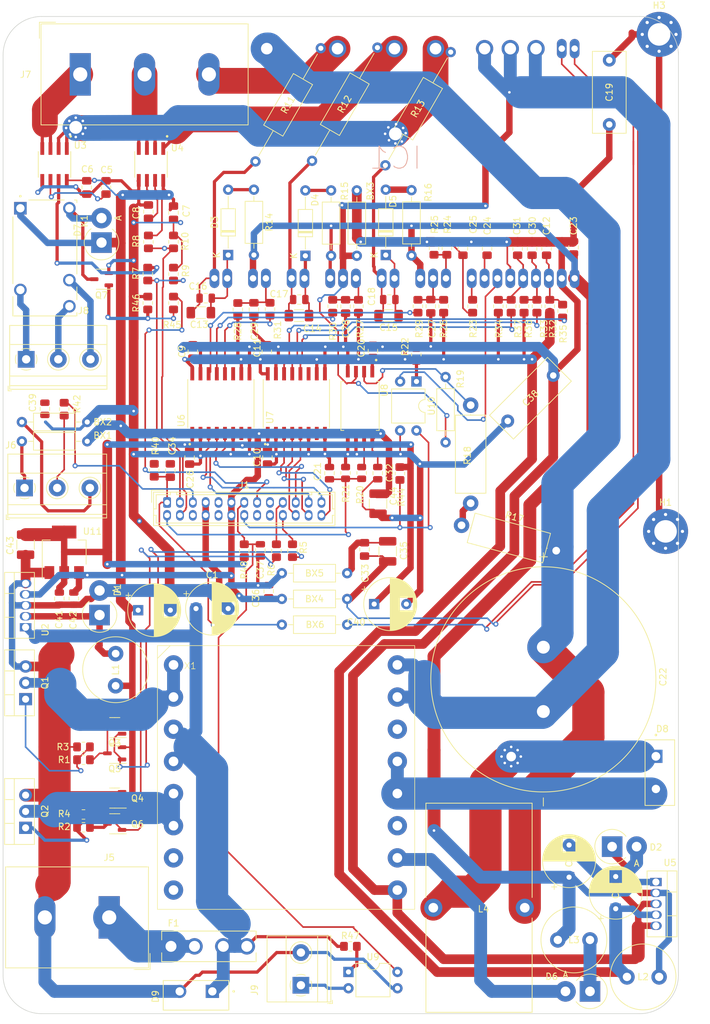
<source format=kicad_pcb>
(kicad_pcb (version 20221018) (generator pcbnew)
  (layers (0 "F.Cu" signal) (31 "B.Cu" signal) (34 "B.Paste" user) (35 "F.Paste" user) (36 "B.SilkS" user "B.Silkscreen") (37 "F.SilkS" user "F.Silkscreen") (38 "B.Mask" user) (39 "F.Mask" user) (44 "Edge.Cuts" user))
  (net 0 "")
  (net 1 "+15V")
  (net 2 "Net-(J6-Pin_1)")
  (net 3 "Net-(J6-Pin_3)")
  (net 4 "Net-(R22-Pad1)")
  (net 5 "GNDPWR")
  (net 6 "Net-(BX5-Pad2)")
  (net 7 "GND2")
  (net 8 "+5VP")
  (net 9 "Net-(U3-FILTER)")
  (net 10 "Net-(U4-FILTER)")
  (net 11 "Net-(IC1-RTH)")
  (net 12 "VDC_sensor")
  (net 13 "Net-(IC1-VFO)")
  (net 14 "Net-(IC1-CFOD)")
  (net 15 "Net-(C25-Pad1)")
  (net 16 "GND")
  (net 17 "+5V")
  (net 18 "Net-(D1-K)")
  (net 19 "+3.3V")
  (net 20 "Net-(Q1-G)")
  (net 21 "Net-(Q2-G)")
  (net 22 "PWM_A")
  (net 23 "PWM_B")
  (net 24 "PWM0_H")
  (net 25 "PWM0_L")
  (net 26 "+24V")
  (net 31 "DIGITAL_CMD")
  (net 32 "Net-(D6-K)")
  (net 33 "Net-(IC1-VS(W))")
  (net 34 "Net-(IC1-VS(V))")
  (net 35 "Net-(D3-K)")
  (net 36 "Net-(IC1-VS(U))")
  (net 37 "Net-(D7-A)")
  (net 38 "Net-(D2-K)")
  (net 39 "Net-(D3-A)")
  (net 40 "Net-(D4-A)")
  (net 41 "Net-(D5-A)")
  (net 42 "Net-(IC1-RSC)")
  (net 43 "Net-(IC1-CSC)")
  (net 44 "IN_WH")
  (net 45 "IN_VH")
  (net 46 "IN_UH")
  (net 47 "Net-(J6-Pin_2)")
  (net 48 "Net-(J8-Pin_1)")
  (net 49 "Net-(J8-Pin_2)")
  (net 50 "IN_UL")
  (net 51 "IN_VL")
  (net 52 "IN_WL")
  (net 53 "Net-(J8-Pin_3)")
  (net 54 "Net-(J9-Pin_1)")
  (net 56 "U_phase")
  (net 57 "V_phase")
  (net 58 "/W_phase")
  (net 59 "Net-(U3-VIOUT)")
  (net 60 "Net-(U4-VIOUT)")
  (net 61 "V_sensor")
  (net 62 "U_sensor")
  (net 63 "PWM2_L")
  (net 64 "PWM2_H")
  (net 65 "PWM1_L")
  (net 66 "PWM1_H")
  (net 69 "Net-(R17-Pad1)")
  (net 70 "Net-(U8-INP)")
  (net 71 "Net-(U8-OUTP)")
  (net 72 "VTH_IPM")
  (net 73 "VBUS")
  (net 74 "H+15V")
  (net 75 "150V_OUT")
  (net 76 "Net-(U6-OUTA)")
  (net 77 "Net-(U6-OUTB)")
  (net 78 "ANALOG_CMD")
  (net 79 "RELAY_TRIP")
  (net 80 "Net-(D8-K)")
  (net 81 "Net-(D4-K)")
  (net 82 "Net-(D5-K)")
  (net 83 "Net-(U6-OUTC)")
  (net 84 "Net-(U7-OUTA)")
  (net 85 "Net-(U7-OUTB)")
  (net 86 "Net-(U7-OUTC)")
  (net 87 "Net-(J5-Pin_1)")
  (net 88 "/pri1")
  (net 89 "/pri2")
  (net 94 "TEMPERATURE_IPM")
  (net 95 "I_Vphase")
  (net 96 "I_Uphase")
  (net 97 "FAULT_IPM")
  (net 98 "Earth_Protective")
  (net 99 "Net-(Q3-C)")
  (net 100 "Net-(Q3-B)")
  (net 101 "Net-(Q4-C)")
  (net 102 "Net-(Q4-B)")
  (net 103 "Net-(Q7-B)")
  (net 105 "Net-(R47-Pad2)")
  (footprint "TerminalBlock_Phoenix:TerminalBlock_Phoenix_MKDS-1,5-3_1x03_P5.00mm_Horizontal" (layer "F.Cu") (at 53.59 78.2875)
    (fp_text reference "J8")
    (fp_text value "Screw_Terminal_01x03")
  )
  (footprint "Resistor_THT:R_Axial_DIN0414_L11.9mm_D4.5mm_P15.24mm_Horizontal" (layer "F.Cu") (at 122.7 85.4175 -90)
    (fp_text reference "R18")
    (fp_text value "1M/2W")
  )
  (footprint "Resistor_SMD:R_0805_2012Metric_Pad1.20x1.40mm_HandSolder" (layer "F.Cu") (at 135 70.0375 -90)
    (fp_text reference "R35")
    (fp_text value "4.7K")
  )
  (footprint "Resistor_SMD:R_0805_2012Metric_Pad1.20x1.40mm_HandSolder" (layer "F.Cu") (at 87.5 108.0375 -90)
    (fp_text reference "R48")
    (fp_text value "4.7K")
  )
  (footprint "Capacitor_THT:CP_Radial_D8.0mm_P5.00mm" (layer "F.Cu") (at 71 117.2875)
    (fp_text reference "C2" hide)
    (fp_text value "100uF/50V")
  )
  (footprint "MountingHole:MountingHole_3.5mm_Pad_Via" (layer "F.Cu") (at 153 105.0375)
    (fp_text reference "H1")
    (fp_text value "MountingHole_Pad")
  )
  (footprint "Capacitor_SMD:C_0805_2012Metric" (layer "F.Cu") (at 58.75 115.4875 90)
    (fp_text reference "C41")
    (fp_text value "104")
  )
  (footprint "Resistor_SMD:R_0805_2012Metric_Pad1.20x1.40mm_HandSolder" (layer "F.Cu") (at 86.5 70.5375 -90)
    (fp_text reference "R28")
    (fp_text value "4.7K")
  )
  (footprint "Resistor_SMD:R_0805_2012Metric_Pad1.20x1.40mm_HandSolder" (layer "F.Cu") (at 127 70.0375 -90)
    (fp_text reference "R37")
    (fp_text value "4.7K")
  )
  (footprint "Inductor_THT:L_Radial_D10.0mm_P5.00mm_Neosid_SD12k_style3" (layer "F.Cu") (at 141.25 168.5375 180)
    (fp_text reference "L3")
    (fp_text value "100uH")
  )
  (footprint "Resistor_THT:R_Axial_DIN0207_L6.3mm_D2.5mm_P10.16mm_Horizontal" (layer "F.Cu") (at 101 52.0375 -90)
    (fp_text reference "R15")
    (fp_text value "20")
  )
  (footprint "Capacitor_SMD:C_0805_2012Metric_Pad1.18x1.45mm_HandSolder" (layer "F.Cu") (at 134.5 61.075 -90)
    (fp_text reference "C12")
    (fp_text value "102")
  )
  (footprint "Resistor_SMD:R_0805_2012Metric_Pad1.20x1.40mm_HandSolder" (layer "F.Cu") (at 72.5 69.5375 90)
    (fp_text reference "R46")
    (fp_text value "4.7K")
  )
  (footprint "Resistor_SMD:R_0805_2012Metric_Pad1.20x1.40mm_HandSolder" (layer "F.Cu") (at 76.5 60.0375 -90)
    (fp_text reference "R10")
    (fp_text value "2K")
  )
  (footprint "Resistor_THT:R_Axial_DIN0309_L9.0mm_D3.2mm_P20.32mm_Horizontal" (layer "F.Cu") (at 119.6 30.5375 -120)
    (fp_text reference "R13")
    (fp_text value "5.6")
  )
  (footprint "Package_TO_SOT_SMD:SOT-23-3" (layer "F.Cu") (at 67.3625 139.5375 180)
    (fp_text reference "Q5")
    (fp_text value "2SA1015_SOT32")
  )
  (footprint "inv24VLib:IND_HCTI-10-20.0" (layer "F.Cu") (at 124 163.5375 180)
    (fp_text reference "L4")
    (fp_text value "22uH")
  )
  (footprint "TerminalBlock_Phoenix:TerminalBlock_Phoenix_MKDS-1,5-2-5.08_1x02_P5.08mm_Horizontal" (layer "F.Cu") (at 96.305 175.5825 90)
    (fp_text reference "J9")
    (fp_text value "Screw_Terminal_01x02")
  )
  (footprint "Resistor_SMD:R_0805_2012Metric_Pad1.20x1.40mm_HandSolder" (layer "F.Cu") (at 92.5 108.0375 -90)
    (fp_text reference "R6")
    (fp_text value "100")
  )
  (footprint "inv24VLib:ee42208x8p" (layer "F.Cu") (at 76.5 125.7875)
    (fp_text reference "X1")
    (fp_text value "~")
  )
  (footprint "Resistor_THT:R_Axial_DIN0207_L6.3mm_D2.5mm_P10.16mm_Horizontal" (layer "F.Cu") (at 93.34 119.5375)
    (fp_text reference "BX6")
    (fp_text value "0")
  )
  (footprint "Capacitor_SMD:C_0805_2012Metric_Pad1.18x1.45mm_HandSolder" (layer "F.Cu") (at 103.25 70.075 90)
    (fp_text reference "C28")
    (fp_text value "102")
  )
  (footprint "Connector_Hirose:Hirose_DF11-26DP-2DSA_2x13_P2.00mm_Vertical" (layer "F.Cu") (at 75.5 100.5375)
    (fp_text reference "J1")
    (fp_text value "Conn_02x13_Odd_Even")
  )
  (footprint "inv24VLib:CAPPRD1000W160D3600H5200" (layer "F.Cu") (at 134 128.0375 -90)
    (fp_text reference "C22")
    (fp_text value "470uF/400V")
  )
  (footprint "Capacitor_SMD:C_0805_2012Metric_Pad1.18x1.45mm_HandSolder" (layer "F.Cu") (at 66 51.575 90)
    (fp_text reference "C5")
    (fp_text value "102")
  )
  (footprint "Resistor_THT:R_Axial_DIN0207_L6.3mm_D2.5mm_P10.16mm_Horizontal" (layer "F.Cu") (at 118.8 91.1975 90)
    (fp_text reference "R19")
    (fp_text value "1K")
  )
  (footprint "Resistor_SMD:R_0805_2012Metric_Pad1.20x1.40mm_HandSolder" (layer "F.Cu") (at 72.6 60.0375 90)
    (fp_text reference "R8")
    (fp_text value "2K")
  )
  (footprint "inv24VLib:SOIC127P1030X265-16N" (layer "F.Cu") (at 83.865 85.1775 90)
    (fp_text reference "U6")
    (fp_text value "ISO7340CDW")
  )
  (footprint "Capacitor_SMD:C_0805_2012Metric" (layer "F.Cu") (at 61 115.4875 90)
    (fp_text reference "C42")
    (fp_text value "104")
  )
  (footprint "Package_TO_SOT_SMD:SOT-223-3_TabPin2" (layer "F.Cu") (at 59.5 108.2875 90)
    (fp_text reference "U11")
    (fp_text value "LM1117MP-3.3")
  )
  (footprint "Capacitor_THT:C_Disc_D12.5mm_W5.0mm_P10.00mm" (layer "F.Cu") (at 144.25 41.7875 90)
    (fp_text reference "C19")
    (fp_text value "102")
  )
  (footprint "Capacitor_SMD:C_0805_2012Metric_Pad1.18x1.45mm_HandSolder" (layer "F.Cu") (at 76.5 55.5 90)
    (fp_text reference "C7")
    (fp_text value "104")
  )
  (footprint "Capacitor_SMD:C_1206_3216Metric_Pad1.33x1.80mm_HandSolder" (layer "F.Cu") (at 109.9375 71.5 180)
    (fp_text reference "C15")
    (fp_text value "22uF/25V")
  )
  (footprint "Capacitor_SMD:C_0805_2012Metric" (layer "F.Cu") (at 96.05 69 180)
    (fp_text reference "C17")
    (fp_text value "104")
  )
  (footprint "Capacitor_SMD:C_0805_2012Metric" (layer "F.Cu") (at 90 107.9875 90)
    (fp_text reference "C37")
    (fp_text value "104")
  )
  (footprint "MountingHole:MountingHole_3.5mm_Pad_Via" (layer "F.Cu") (at 152 27.7875)
    (fp_text reference "H3")
    (fp_text value "MountingHole_Pad")
  )
  (footprint "Capacitor_SMD:C_0805_2012Metric" (layer "F.Cu") (at 110.05 69 180)
    (fp_text reference "C18")
    (fp_text value "104")
  )
  (footprint "Package_TO_SOT_THT:TO-220-5_Vertical" (layer "F.Cu") (at 53.5 119.9375 90)
    (fp_text reference "U2")
    (fp_text value "LM2576HVT-5")
  )
  (footprint "Diode_THT:D_DO-201AD_P3.81mm_Vertical_AnodeUp" (layer "F.Cu") (at 65 118.0375 90)
    (fp_text reference "D1")
    (fp_text value "1N5822")
  )
  (footprint "Diode_THT:D_DO-35_SOD27_P10.16mm_Horizontal" (layer "F.Cu") (at 109.5 62.08 90)
    (fp_text reference "D5")
    (fp_text value "1N4937")
  )
  (footprint "Resistor_SMD:R_0805_2012Metric_Pad1.20x1.40mm_HandSolder" (layer "F.Cu") (at 62.5 138.5375)
    (fp_text reference "R3")
    (fp_text value "10K")
  )
  (footprint "Package_TO_SOT_THT:TO-220-3_Vertical" (layer "F.Cu") (at 53.5 151.1175 90)
    (fp_text reference "Q2")
    (fp_text value "IRFZ44NPBF")
  )
  (footprint "Resistor_SMD:R_0805_2012Metric_Pad1.20x1.40mm_HandSolder" (layer "F.Cu") (at 91.5 70.5 90)
    (fp_text reference "R31")
    (fp_text value "100")
  )
  (footprint "Capacitor_SMD:C_0805_2012Metric_Pad1.18x1.45mm_HandSolder" (layer "F.Cu") (at 106.2 107.8375 -90)
    (fp_text reference "C33")
    (fp_text value "104")
  )
  (footprint "Diode_THT:D_DO-35_SOD27_P10.16mm_Horizontal" (layer "F.Cu") (at 97 62.1975 90)
    (fp_text reference "D4")
    (fp_text value "1N4937")
  )
  (footprint "inv24VLib:SOIC127P600X175-8N" (layer "F.Cu") (at 58 48 -90)
    (fp_text reference "U3")
    (fp_text value "ACS712ELCTR30AT")
  )
  (footprint "Diode_THT:D_DO-35_SOD27_P10.16mm_Horizontal" (layer "F.Cu") (at 85 62.08 90)
    (fp_text reference "D3")
    (fp_text value "1N4937")
  )
  (footprint "inv24VLib:SOIC127P600X175-8N" (layer "F.Cu") (at 73 48 -90)
    (fp_text reference "U4")
    (fp_text value "ACS712ELCTR30AT")
  )
  (footprint "Resistor_SMD:R_0805_2012Metric_Pad1.20x1.40mm_HandSolder" (layer "F.Cu") (at 105.25 70.0375 -90)
    (fp_text reference "R27")
    (fp_text value "4.7K")
  )
  (footprint "Capacitor_SMD:C_0805_2012Metric" (layer "F.Cu") (at 108.25 95.9875 90)
    (fp_text reference "C32")
    (fp_text value "104")
  )
  (footprint "Resistor_SMD:R_0805_2012Metric_Pad1.20x1.40mm_HandSolder" (layer "F.Cu") (at 101.25 70.0375 90)
    (fp_text reference "R30")
    (fp_text value "100")
  )
  (footprint "Resistor_SMD:R_0805_2012Metric_Pad1.20x1.40mm_HandSolder" (layer "F.Cu") (at 95 108.0375 -90)
    (fp_text reference "R5")
    (fp_text value "100")
  )
  (footprint "Resistor_THT:R_Axial_DIN0207_L6.3mm_D2.5mm_P10.16mm_Horizontal" (layer "F.Cu") (at 52.92 91.0375)
    (fp_text reference "BX1")
    (fp_text value "0")
  )
  (footprint "Capacitor_SMD:C_0805_2012Metric_Pad1.18x1.45mm_HandSolder" (layer "F.Cu") (at 125.25 61.075 90)
    (fp_text reference "C24")
    (fp_text value "333")
  )
  (footprint "Package_TO_SOT_THT:TO-220-3_Vertical" (layer "F.Cu") (at 53.5 131.1175 90)
    (fp_text reference "Q1")
    (fp_text value "IRFZ44NPBF")
  )
  (footprint "Resistor_SMD:R_0805_2012Metric_Pad1.20x1.40mm_HandSolder" (layer "F.Cu") (at 72.5 65.0375 90)
    (fp_text reference "R7")
    (fp_text value "2K")
  )
  (footprint "Capacitor_SMD:C_0805_2012Metric" (layer "F.Cu") (at 56.5 85.9875 90)
    (fp_text reference "C39")
    (fp_text value "104")
  )
  (footprint "Capacitor_THT:CP_Radial_D8.0mm_P5.00mm" (layer "F.Cu") (at 145.25 163.690151 90)
    (fp_text reference "C4")
    (fp_text value "100uF/50V")
  )
  (footprint "Resistor_THT:R_Axial_DIN0309_L9.0mm_D3.2mm_P20.32mm_Horizontal" (layer "F.Cu") (at 99.4 29.9375 -120)
    (fp_text reference "R11")
    (fp_text value "5.6")
  )
  (footprint "Resistor_SMD:R_0805_2012Metric_Pad1.20x1.40mm_HandSolder" (layer "F.Cu") (at 114.25 77.5375 90)
    (fp_text reference "R22")
    (fp_text value "470")
  )
  (footprint "Resistor_THT:R_Axial_DIN0207_L6.3mm_D2.5mm_P10.16mm_Horizontal" (layer "F.Cu") (at 113.5 52 -90)
    (fp_text reference "R16")
    (fp_text value "20")
  )
  (footprint "Inductor_THT:L_Radial_D10.0mm_P5.00mm_Neosid_SD12k_style3" (layer "F.Cu") (at 152 174.2875 180)
    (fp_text reference "L2")
    (fp_text value "100uH")
  )
  (footprint "inv24VLib:TO507P1020X460X2000-2" (layer "F.Cu") (at 80 176.5375 180)
    (fp_text reference "D9")
    (fp_text value "BYV29X-500")
  )
  (footprint "Resistor_THT:R_Axial_DIN0207_L6.3mm_D2.5mm_P10.16mm_Horizontal" (layer "F.Cu") (at 93.34 111.5375)
    (fp_text reference "BX5")
    (fp_text value "0")
  )
  (footprint "Capacitor_THT:CP_Radial_D8.0mm_P5.00mm" (layer "F.Cu") (at 107.697349 116.3375)
    (fp_text reference "C40")
    (fp_text value "100uF/50V")
  )
  (footprint "Resistor_THT:R_Axial_DIN0309_L9.0mm_D3.2mm_P20.32mm_Horizontal" (layer "F.Cu") (at 108.2 29.8375 -120)
    (fp_text reference "R12")
    (fp_text value "5.6")
  )
  (footprint "inv24VLib:SOIC127P1150X280-8N" (layer "F.Cu") (at 105.5 85.5375 -90)
    (fp_text reference "U8")
    (fp_text value "AMC1300BDWVR")
  )
  (footprint "Resistor_SMD:R_0805_2012Metric_Pad1.20x1.40mm_HandSolder" (layer "F.Cu") (at 59.5 86.0375 -90)
    (fp_text reference "R42")
    (fp_text value "4.7K")
  )
  (footprint "Package_TO_SOT_SMD:SOT-23-3" (layer "F.Cu") (at 67.3625 146.4875 180)
    (fp_text reference "Q4")
    (fp_text value "2SC1815_SOT32")
  )
  (footprint "Resistor_THT:R_Axial_DIN0207_L6.3mm_D2.5mm_P10.16mm_Horizontal" (layer "F.Cu") (at 105 52.0375 -90)
    (fp_text reference "BX3")
    (fp_text value "0")
  )
  (footprint "Capacitor_SMD:C_0805_2012Metric_Pad1.18x1.45mm_HandSolder" (layer "F.Cu") (at 116.5 70.0375 90)
    (fp_text reference "C27")
    (fp_text value "102")
  )
  (footprint "Resistor_SMD:R_0805_2012Metric_Pad1.20x1.40mm_HandSolder" (layer "F.Cu") (at 117 61.0375 -90)
    (fp_text reference "R25")
    (fp_text value "45")
  )
  (footprint "Capacitor_THT:C_Disc_D12.5mm_W5.0mm_P10.00mm" (layer "F.Cu") (at 128.464466 87.873034 45)
    (fp_text reference "C38")
    (fp_text value "102")
  )
  (footprint "Resistor_THT:R_Axial_DIN0414_L11.9mm_D4.5mm_P15.24mm_Horizontal" (layer "F.Cu") (at 121.27929 104.093098 -15)
    (fp_text reference "R17")
    (fp_text value "1M/2W")
  )
  (footprint "Resistor_SMD:R_0805_2012Metric_Pad1.20x1.40mm_HandSolder" (layer "F.Cu") (at 62.5 149.0375)
    (fp_text reference "R4")
    (fp_text value "10K")
  )
  (footprint "Capacitor_SMD:C_0805_2012Metric" (layer "F.Cu") (at 81.5 68.7875 180)
    (fp_text reference "C16")
    (fp_text value "104")
  )
  (footprint "Capacitor_SMD:C_0805_2012Metric_Pad1.18x1.45mm_HandSolder" (layer "F.Cu") (at 91 77.075 -90)
    (fp_text reference "C11")
    (fp_text value "104")
  )
  (footprint "Capacitor_SMD:C_0805_2012Metric_Pad1.18x1.45mm_HandSolder" (layer "F.Cu") (at 91.1 93.5375 -90)
    (fp_text reference "C10")
    (fp_text value "104")
  )
  (footprint "Capacitor_SMD:C_0805_2012Metric_Pad1.18x1.45mm_HandSolder" (layer "F.Cu") (at 79.5 77.075 90)
    (fp_text reference "C9")
    (fp_text value "104")
  )
  (footprint "Resistor_THT:R_Axial_DIN0207_L6.3mm_D2.5mm_P10.16mm_Horizontal" (layer "F.Cu") (at 89 51.92 -90)
    (fp_text reference "R14")
    (fp_text value "20")
  )
  (footprint "Capacitor_SMD:C_0805_2012Metric_Pad1.18x1.45mm_HandSolder" (layer "F.Cu") (at 130 61.075 -90)
    (fp_text reference "C31")
    (fp_text value "102")
  )
  (footprint "Resistor_SMD:R_0805_2012Metric_Pad1.20x1.40mm_HandSolder" (layer "F.Cu") (at 76.5 65.0375 -90)
    (fp_text reference "R9")
    (fp_text value "2K")
  )
  (footprint "Package_DIP:DIP-4_W7.62mm" (layer "F.Cu") (at 114.275 81.7375 -90)
    (fp_text reference "U10")
    (fp_text value "PC817")
  )
  (footprint "Resistor_SMD:R_0805_2012Metric" (layer "F.Cu") (at 105.75 95.95 90)
    (fp_text reference "R20")
    (fp_text value "2K")
  )
  (footprint "Capacitor_SMD:C_1210_3225Metric_Pad1.33x2.70mm_HandSolder" (layer "F.Cu") (at 108.3 100.7375 -90)
    (fp_text reference "C44")
    (fp_text value "22uF/10V")
  )
  (footprint "TerminalBlock_Phoenix:TerminalBlock_Phoenix_MKDS-1,5-3-5.08_1x03_P5.08mm_Horizontal" (layer "F.Cu") (at 53.34 98.2875)
    (fp_text reference "J6")
    (fp_text value "Screw_Terminal_01x03")
  )
  (footprint "Diode_THT:D_DO-201AD_P3.81mm_Vertical_AnodeUp" (layer "F.Cu") (at 144.69 154.0375)
    (fp_text reference "D2")
    (fp_text value "1N5822")
  )
  (footprint "Capacitor_THT:CP_Radial_D8.0mm_P5.00mm" (layer "F.Cu") (at 138 158.7875 90)
    (fp_text reference "C3")
    (fp_text value "470uF/50V")
  )
  (footprint "inv24VLib:SOIC127P1030X265-16N" (layer "F.Cu") (at 95.595 85.1775 90)
    (fp_text reference "U7")
    (fp_text value "ISO7340CDW")
  )
  (footprint "Diode_THT:D_DO-201AD_P3.81mm_Vertical_AnodeUp" (layer "F.Cu") (at 65.3 60.1475 90)
    (fp_text reference "D7")
    (fp_text value "1N4002")
  )
  (footprint "Capacitor_SMD:C_1210_3225Metric_Pad1.33x2.70mm_HandSolder" (layer "F.Cu") (at 53.5 107.1 -90)
    (fp_text reference "C43")
    (fp_text value "22uF/10V")
  )
  (footprint "Resistor_SMD:R_0805_2012Metric_Pad1.20x1.40mm_HandSolder" (layer "F.Cu") (at 73.5 95.5375 -90)
    (fp_text reference "R40")
    (fp_text value "10K")
  )
  (footprint "Resistor_SMD:R_0805_2012Metric_Pad1.20x1.40mm_HandSolder" (layer "F.Cu") (at 114.5 70.0375 90)
    (fp_text reference "R29")
    (fp_text value "100")
  )
  (footprint "Capacitor_SMD:C_0805_2012Metric_Pad1.18x1.45mm_HandSolder" (layer "F.Cu") (at 76 95.575 -90)
    (fp_text reference "C34")
    (fp_text value "104")
  )
  (footprint "Resistor_SMD:R_0805_2012Metric_Pad1.20x1.40mm_HandSolder" (layer "F.Cu") (at 133 70.0375 90)
    (fp_text reference "R33")
    (fp_text value "100")
  )
  (footprint "Capacitor_SMD:C_0805_2012Metric_Pad1.18x1.45mm_HandSolder" (layer "F.Cu") (at 132.25 61.075 -90)
    (fp_text reference "C30")
    (fp_text value "102")
  )
  (footprint "Resistor_SMD:R_0805_2012Metric_Pad1.20x1.40mm_HandSolder" (layer "F.Cu") (at 62.5 151.0375 180)
    (fp_text reference "R2")
    (fp_text value "10")
  )
  (footprint "Resistor_SMD:R_0805_2012Metric_Pad1.20x1.40mm_HandSolder" (layer "F.Cu") (at 62.5 140.5375 180)
    (fp_text reference "R1")
    (fp_text value "10")
  )
  (footprint "Resistor_SMD:R_0805_2012Metric_Pad1.20x1.40mm_HandSolder" (layer "F.Cu") (at 129 70.0375 90)
    (fp_text reference "R34")
    (fp_text value "100")
  )
  (footprint "Resistor_SMD:R_0805_2012Metric_Pad1.20x1.40mm_HandSolder" (layer "F.Cu") (at 118.5 70.0375 -90)
    (fp_text reference "R26")
    (fp_text value "4.7K")
  )
  (footprint "TerminalBlock_Dinkle:TerminalBlock_Dinkle_DT-55-B01X-02_P10.00mm" (layer "F.Cu") (at 66.5 165.0375 180)
    (fp_text reference "J5")
    (fp_text value "Screw_Terminal_01x02")
  )
  (footprint "Capacitor_SMD:C_0805_2012Metric" (layer "F.Cu") (at 107.5 76.9875 90)
    (fp_text reference "C20")
    (fp_text value "104")
  )
  (footprint "Capacitor_SMD:C_0805_2012Metric_Pad1.18x1.45mm_HandSolder" (layer "F.Cu") (at 89 70.5375 90)
    (fp_text reference "C29")
    (fp_text value "102")
  )
  (footprint "TerminalBlock_Dinkle:TerminalBlock_Dinkle_DT-55-B01X-03_P10.00mm" (layer "F.Cu") (at 62 34)
    (fp_text reference "J7")
    (fp_text value "Screw_Terminal_01x03")
  )
  (footprint "Package_TO_SOT_THT:TO-220-5_Vertical" (layer "F.Cu") (at 151.5 159.5375 -90)
    (fp_text reference "U5")
    (fp_text value "LM2576HVT-5")
  )
  (footprint "Resistor_SMD:R_0805_2012Metric_Pad1.20x1.40mm_HandSolder" (layer "F.Cu") (at 131 70.0375 -90)
    (fp_text reference "R36")
    (fp_text value "4.7K")
  )
  (footprint "Resistor_SMD:R_0805_2012Metric_Pad1.20x1.40mm_HandSolder" (layer "F.Cu") (at 123 70.0375 90)
    (fp_text reference "R23")
    (fp_text value "390")
  )
  (footprint "inv24VLib:TO507P1020X460X2000-2" (layer "F.Cu") (at 151.5 142.5375 -90)
    (fp_text reference "D8")
    (fp_text value "BYV29X-500")
  )
  (footprint "Resistor_SMD:R_0805_2012Metric" (layer "F.Cu") (at 103.25 95.95 -90)
    (fp_text reference "R21")
    (fp_text value "2K")
  )
  (footprint "Capacitor_SMD:C_0805_2012Metric" (layer "F.Cu") (at 91.3 114.3375 -90)
    (fp_text reference "C36")
    (fp_text value "104")
  )
  (footprint "Capacitor_SMD:C_0805_2012Metric" (layer "F.Cu") (at 138.7 60.8875 90)
    (fp_text reference "C23")
    (fp_text value "104")
  )
  (footprint "Package_TO_SOT_SMD:SOT-23-3" (layer "F.Cu") (at 65.3 65.8375 180)
    (fp_text reference "Q7")
    (fp_text value "2SC1815")
  )
  (footprint "Capacitor_SMD:C_1210_3225Metric_Pad1.33x2.70mm_HandSolder" (layer "F.Cu") (at 109.8 108.1375 90)
    (fp_text reference "C35")
    (fp_text value "22uF/10V")
  )
  (footprint "inv24VLib:FUSE_3544-2" (layer "F.Cu") (at 82 169.5375)
    (fp_text reference "F1")
    (fp_text value "3544-2")
  )
  (footprint "Resistor_THT:R_Axial_DIN0207_L6.3mm_D2.5mm_P10.16mm_Horizontal" (layer "F.Cu") (at 52.92 88.0375)
    (fp_text reference "BX2")
    (fp_text value "0")
  )
  (footprint "Capacitor_THT:CP_Radial_D8.0mm_P5.00mm" (layer "F.Cu") (at 80 117.0375)
    (fp_text reference "C1")
    (fp_text value "100uF/50V")
  )
  (footprint "Capacitor_SMD:C_1206_3216Metric_Pad1.33x1.80mm_HandSolder" (layer "F.Cu") (at 80.75 71.0375 180)
    (fp_text reference "C13")
    (fp_text value "22uF/25V")
  )
  (footprint "Capacitor_SMD:C_0805_2012Metric_Pad1.18x1.45mm_HandSolder" (layer "F.Cu") (at 121.5 61.075 90)
    (fp_text reference "C25")
    (fp_text value "102")
  )
  (footprint "Package_TO_SOT_SMD:SOT-23-3" (layer "F.Cu") (at 67.3625 135.5375 180)
    (fp_text reference "Q3")
    (fp_text value "2SC1815_SOT32")
  )
  (footprint "Capacitor_SMD:C_1206_3216Metric_Pad1.33x1.80mm_HandSolder" (layer "F.Cu") (at 96 71.5 180)
    (fp_text reference "C14")
    (fp_text value "22uF/25V")
  )
  (footprint "Capacitor_SMD:C_0805_2012Metric_Pad1.18x1.45mm_HandSolder" (layer "F.Cu") (at 72.6 55.3375 90)
    (fp_text reference "C8")
    (fp_text value "102")
  )
  (footprint "Capacitor_SMD:C_0805_2012Metric_Pad1.18x1.45mm_HandSolder" (layer "F.Cu") (at 63 51.575 90)
    (fp_text reference "C6")
    (fp_text value "104")
  )
  (footprint "Inductor_THT:L_Radial_D10.0mm_P5.00mm_Neosid_SD12k_style3" (layer "F.Cu") (at 67.5 124.0375 -90)
    (fp_text reference "L1")
    (fp_text value "100uH")
  )
  (footprint "Resistor_SMD:R_0805_2012Metric_Pad1.20x1.40mm_HandSolder" (layer "F.Cu") (at 104 169.5375)
    (fp_text reference "R47")
    (fp_text value "2k")
  )
  (footprint "Package_TO_SOT_SMD:SOT-23-3" (layer "F.Cu") (at 67.3625 150.4875 180)
    (fp_text reference "Q6")
    (fp_text value "2SA1015_SOT32")
  )
  (footprint "Resistor_SMD:R_0805_2012Metric_Pad1.20x1.40mm_HandSolder" (layer "F.Cu") (at 119 61.0375 -90)
    (fp_text reference "R24")
    (fp_text value "3.9K")
  )
  (footprint "Capacitor_SMD:C_0805_2012Metric" (layer "F.Cu") (at 100.75 95.9875 -90)
    (fp_text reference "C21")
    (fp_text value "104")
  )
  (footprint "Package_DIP:DIP-4_W7.62mm" (layer "F.Cu") (at 103.7 173.5125)
    (fp_text reference "U9")
    (fp_text value "PC817")
  )
  (footprint "Resistor_THT:R_Axial_DIN0207_L6.3mm_D2.5mm_P10.16mm_Horizontal" (layer "F.Cu") (at 93.34 115.5375)
    (fp_text reference "BX4")
    (fp_text value "0")
  )
  (footprint "Resistor_SMD:R_0805_2012Metric_Pad1.20x1.40mm_HandSolder" (layer "F.Cu") (at 111.7 96.0375 -90)
    (fp_text reference "R44")
    (fp_text value "4.7K")
  )
  (footprint "Diode_THT:D_DO-201AD_P3.81mm_Vertical_AnodeUp" (layer "F.Cu") (at 141.25 176.5375 180)
    (fp_text reference "D6")
    (fp_text value "1N5822")
  )
  (footprint "Capacitor_SMD:C_0805_2012Metric_Pad1.18x1.45mm_HandSolder" (layer "F.Cu") (at 79 93.5375 -90)
    (fp_text reference "C26")
    (fp_text value "104")
  )
  (footprint "Resistor_SMD:R_0805_2012Metric_Pad1.20x1.40mm_HandSolder" (layer "F.Cu") (at 76.5 69.5375 -90)
    (fp_text reference "R45")
    (fp_text value "470")
  )
  (footprint "inv24VLib:RELAY_J0971CS5VDC.45" (layer "F.Cu") (at 56.5 62.5375 -90)
    (fp_text reference "K1")
    (fp_text value "J0971CS5VDC.45")
  )
  (footprint "Resistor_SMD:R_0805_2012Metric_Pad1.20x1.40mm_HandSolder" (layer "F.Cu") (at 137 70.7875 90)
    (fp_text reference "R32")
    (fp_text value "100")
  )
  (footprint "inv24VLib:DIP-32" (layer "B.Cu") (at 110.8594 47.85)
    (fp_text reference "IC1")
    (fp_text value "FSAM50SM60A")
  )
  (gr_arc (start 155 174) (mid 153.242641 178.242641) (end 149 180) (stroke (width 0.1)) (layer "Edge.Cuts"))
  (gr_line (start 56 25) (end 149 25) (stroke (width 0.1)) (layer "Edge.Cuts"))
  (gr_arc (start 56 180) (mid 51.757359 178.242641) (end 50 174) (stroke (width 0.1)) (layer "Edge.Cuts"))
  (gr_arc (start 149 25) (mid 153.242641 26.757359) (end 155 31) (stroke (width 0.1)) (layer "Edge.Cuts"))
  (gr_line (start 155 30.5) (end 155 174) (stroke (width 0.1)) (layer "Edge.Cuts"))
  (gr_line (start 149 180) (end 56 180) (stroke (width 0.1)) (layer "Edge.Cuts"))
  (gr_arc (start 50 31) (mid 51.757359 26.757359) (end 56 25) (stroke (width 0.1)) (layer "Edge.Cuts"))
  (gr_line (start 50 174) (end 50 31) (stroke (width 0.1)) (layer "Edge.Cuts"))
  (segment (start 138.8594 65.7) (end 141.7 68.5406) (width 2) (layer "F.Cu") (net 1))
  (segment (start 113.5 62.16) (end 113.5 57.5375) (width 1) (layer "F.Cu") (net 1))
  (segment (start 88.8594 62.2206) (end 89 62.08) (width 1) (layer "F.Cu") (net 1))
  (segment (start 101 62.1975) (end 101 57.5375) (width 0.5) (layer "F.Cu") (net 1))
  (segment (start 114.8594 65.7) (end 114.8594 63.5194) (width 1) (layer "F.Cu") (net 1))
  (segment (start 117 147.0375) (end 117 139.0375) (width 2) (layer "F.Cu") (net 1))
  (segment (start 138.7 61.8375) (end 138.8594 61.9969) (width 1) (layer "F.Cu") (net 1))
  (segment (start 138.8594 61.9969) (end 138.8594 65.7) (width 1) (layer "F.Cu") (net 1))
  (segment (start 141.7 72.7375) (end 141.7 70.9375) (width 1.5) (layer "F.Cu") (net 1))
  (segment (start 100.8594 65.7) (end 100.8594 62.3381) (width 0.5) (layer "F.Cu") (net 1))
  (segment (start 117 139.0375) (end 117 151.5375) (width 2) (layer "F.Cu") (net 1))
  (segment (start 141.7 91.1375) (end 141.7 72.7375) (width 2) (layer "F.Cu") (net 1))
  (segment (start 141.7 68.5406) (end 141.7 72.7375) (width 2) (layer "F.Cu") (net 1))
  (segment (start 117 124.4375) (end 131.9 109.5375) (width 2) (layer "F.Cu") (net 1))
  (segment (start 131.9 100.9375) (end 141.7 91.1375) (width 2) (layer "F.Cu") (net 1))
  (segment (start 117 139.0375) (end 117 124.4375) (width 2) (layer "F.Cu") (net 1))
  (segment (start 114.8594 63.5194) (end 113.5 62.16) (width 1) (layer "F.Cu") (net 1))
  (segment (start 100.8594 62.3381) (end 101 62.1975) (width 0.5) (layer "F.Cu") (net 1))
  (segment (start 131.9 109.5375) (end 131.9 100.9375) (width 2) (layer "F.Cu") (net 1))
  (segment (start 88.8594 65.7) (end 88.8594 62.2206) (width 1) (layer "F.Cu") (net 1))
  (via (at 101 57.5375) (size 0.8) (drill 0.4) (layers "F.Cu" "B.Cu") (net 1))
  (via (at 113.5 57.5375) (size 0.8) (drill 0.4) (layers "F.Cu" "B.Cu") (net 1))
  (via (at 117 151.5375) (size 0.8) (drill 0.4) (layers "F.Cu" "B.Cu") (net 1))
  (segment (start 90.2 57.5375) (end 101 57.5375) (width 1) (layer "B.Cu") (net 1))
  (segment (start 117 151.5375) (end 124.25 158.7875) (width 2) (layer "B.Cu") (net 1))
  (segment (start 151.5 159.5375) (end 148.75 159.5375) (width 1) (layer "B.Cu") (net 1))
  (segment (start 148.75 159.5375) (end 147 161.2875) (width 1) (layer "B.Cu") (net 1))
  (segment (start 138 166.7875) (end 138 158.7875) (width 2) (layer "B.Cu") (net 1))
  (segment (start 141 161.2875) (end 138.5 158.7875) (width 1) (layer "B.Cu") (net 1))
  (segment (start 101 57.5375) (end 133.4 57.5375) (width 1) (layer "B.Cu") (net 1))
  (segment (start 136.25 168.5375) (end 138 166.7875) (width 2) (layer "B.Cu") (net 1))
  (segment (start 147 161.2875) (end 141 161.2875) (width 1) (layer "B.Cu") (net 1))
  (segment (start 133.4 57.5375) (end 138.8594 62.9969) (width 1) (layer "B.Cu") (net 1))
  (segment (start 89 62.08) (end 89 58.7375) (width 1) (layer "B.Cu") (net 1))
  (segment (start 138.5 158.7875) (end 138 158.7875) (width 1) (layer "B.Cu") (net 1))
  (segment (start 89 58.7375) (end 90.2 57.5375) (width 1) (layer "B.Cu") (net 1))
  (segment (start 124.25 158.7875) (end 138 158.7875) (width 2) (layer "B.Cu") (net 1))
  (segment (start 138.8594 62.9969) (end 138.8594 65.7) (width 1) (layer "B.Cu") (net 1))
  (segment (start 53.34 96.3775) (end 52.9 95.9375) (width 0.5) (layer "F.Cu") (net 2))
  (segment (start 52.9 95.9375) (end 52.92 95.9175) (width 0.5) (layer "F.Cu") (net 2))
  (segment (start 53.34 98.2875) (end 53.34 96.3775) (width 0.5) (layer "F.Cu") (net 2))
  (segment (start 52.92 95.9175) (end 52.92 91.0375) (width 0.5) (layer "F.Cu") (net 2))
  (segment (start 52.92 88.0375) (end 56 91.1175) (width 0.5) (layer "F.Cu") (net 3))
  (segment (start 62.6 101.8375) (end 63.5 100.9375) (width 0.5) (layer "F.Cu") (net 3))
  (segment (start 57 101.8375) (end 62.6 101.8375) (width 0.5) (layer "F.Cu") (net 3))
  (segment (start 63.5 100.9375) (end 63.5 98.2875) (width 0.5) (layer "F.Cu") (net 3))
  (segment (start 56 100.8375) (end 57 101.8375) (width 0.5) (layer "F.Cu") (net 3))
  (segment (start 56 91.1175) (end 56 100.8375) (width 0.5) (layer "F.Cu") (net 3))
  (segment (start 114.275 81.7375) (end 114.275 78.5625) (width 0.5) (layer "F.Cu") (net 4))
  (segment (start 114.275 78.5625) (end 114.25 78.5375) (width 0.5) (layer "F.Cu") (net 4))
  (segment (start 102.8594 62.5781) (end 102.8594 65.7) (width 1) (layer "F.Cu") (net 5))
  (segment (start 104.865 80.2075) (end 104.865 81.2725) (width 0.25) (layer "F.Cu") (net 5))
  (segment (start 103.575 81.9625) (end 103.45 82.0875) (width 0.25) (layer "F.Cu") (net 5))
  (segment (start 99.25 71.062805) (end 99.25 69.0375) (width 0.25) (layer "F.Cu") (net 5))
  (segment (start 105.175 81.9625) (end 105.25 82.0375) (width 0.25) (layer "F.Cu") (net 5))
  (segment (start 103.24 62.1975) (end 102.8594 62.5781) (width 1) (layer "F.Cu") (net 5))
  (segment (start 105 62.1975) (end 103.24 62.1975) (width 1) (layer "F.Cu") (net 5))
  (segment (start 102.8 62.5187) (end 102.8594 62.5781) (width 1) (layer "F.Cu") (net 5))
  (segment (start 125 54.4375) (end 125 46.7375) (width 1) (layer "F.Cu") (net 5))
  (segment (start 102.7 54.3375) (end 102.8 54.4375) (width 1) (layer "F.Cu") (net 5))
  (segment (start 128.7188 43.0187) (end 128.7188 36.7875) (width 1) (layer "F.Cu") (net 5))
  (segment (start 104.175 81.9625) (end 105.175 81.9625) (width 0.25) (layer "F.Cu") (net 5))
  (segment (start 102.1 73.912805) (end 99.25 71.062805) (width 0.25) (layer "F.Cu") (net 5))
  (segment (start 103.45 82.0875) (end 102.1 80.7375) (width 0.25) (layer "F.Cu") (net 5))
  (segment (start 104.175 81.9625) (end 103.575 81.9625) (width 0.25) (layer "F.Cu") (net 5))
  (segment (start 102.1 80.7375) (end 102.1 73.912805) (width 0.25) (layer "F.Cu") (net 5))
  (segment (start 102.8 54.4375) (end 102.8 62.5187) (width 1) (layer "F.Cu") (net 5))
  (segment (start 125 46.7375) (end 128.7188 43.0187) (width 1) (layer "F.Cu") (net 5))
  (segment (start 104.865 81.2725) (end 104.175 81.9625) (width 0.25) (layer "F.Cu") (net 5))
  (segment (start 118.8 87.2375) (end 118.8 91.1975) (width 0.25) (layer "F.Cu") (net 5))
  (segment (start 119 87.0375) (end 118.8 87.2375) (width 0.25) (layer "F.Cu") (net 5))
  (via (at 125 54.4375) (size 0.8) (drill 0.4) (layers "F.Cu" "B.Cu") (net 5))
  (via (at 105.25 82.0375) (size 0.8) (drill 0.4) (layers "F.Cu" "B.Cu") (net 5))
  (via (at 119 87.0375) (size 0.8) (drill 0.4) (layers "F.Cu" "B.Cu") (net 5))
  (via (at 99.25 69.0375) (size 0.8) (drill 0.4) (layers "F.Cu" "B.Cu") (net 5))
  (via (at 102.7 54.3375) (size 0.8) (drill 0.4) (layers "F.Cu" "B.Cu") (net 5))
  (via (at 128.7188 36.7875) (size 0.8) (drill 0.4) (layers "F.Cu" "B.Cu") (net 5))
  (segment (start 130.5 36.7875) (end 146.25 36.7875) (width 5) (layer "B.Cu") (net 5))
  (segment (start 143.25 101.7875) (end 143.25 123.7875) (width 5) (layer "B.Cu") (net 5))
  (segment (start 102.8594 66.9281) (end 102.8594 65.7) (width 0.25) (layer "B.Cu") (net 5))
  (segment (start 115.25 83.5375) (end 115.5 83.5375) (width 0.25) (layer "B.Cu") (net 5))
  (segment (start 146.25 36.7875) (end 151.25 41.7875) (width 5) (layer "B.Cu") (net 5))
  (segment (start 133.8 133.2375) (end 117.2 133.2375) (width 5) (layer "B.Cu") (net 5))
  (segment (start 143.25 123.7875) (end 133.8 133.2375) (width 5) (layer "B.Cu") (net 5))
  (segment (start 124.8594 32.9281) (end 124.8594 30) (width 2) (layer "B.Cu") (net 5))
  (segment (start 106.75 83.5375) (end 115.25 83.5375) (width 0.25) (layer "B.Cu") (net 5))
  (segment (start 115.5 131.5375) (end 115.5 127.5375) (width 5) (layer "B.Cu") (net 5))
  (segment (start 151.25 41.7875) (end 151.25 93.7875) (width 5) (layer "B.Cu") (net 5))
  (segment (start 128.7188 36.7875) (end 132.75 36.7875) (width 1.5) (layer "B.Cu") (net 5))
  (segment (start 151.25 93.7875) (end 143.25 101.7875) (width 5) (layer "B.Cu") (net 5))
  (segment (start 102.8 54.4375) (end 102.7 54.3375) (width 1) (layer "B.Cu") (net 5))
  (segment (start 132.75 36.7875) (end 132.75 30.1094) (width 2) (layer "B.Cu") (net 5))
  (segment (start 114.75 130.7875) (end 115.5 131.5375) (width 1.5) (layer "B.Cu") (net 5))
  (segment (start 128.7188 36.7875) (end 128.8594 36.6469) (width 1.5) (layer "B.Cu") (net 5))
  (segment (start 105.25 82.0375) (end 106.75 83.5375) (width 0.25) (layer "B.Cu") (net 5))
  (segment (start 111.3 125.7875) (end 113.75 125.7875) (width 2) (layer "B.Cu") (net 5))
  (segment (start 99.25 69.0375) (end 100 68.2875) (width 0.25) (layer "B.Cu") (net 5))
  (segment (start 111.3 130.7875) (end 114.75 130.7875) (width 2) (layer "B.Cu") (net 5))
  (segment (start 128.7188 36.7875) (end 124.8594 32.9281) (width 2) (layer "B.Cu") (net 5))
  (segment (start 132.75 30.1094) (end 132.8594 30) (width 1.5) (layer "B.Cu") (net 5))
  (segment (start 128.8594 36.6469) (end 128.8594 30) (width 2) (layer "B.Cu") (net 5))
  (segment (start 115.5 83.5375) (end 119 87.0375) (width 0.25) (layer "B.Cu") (net 5))
  (segment (start 125 54.4375) (end 102.8 54.4375) (width 1) (layer "B.Cu") (net 5))
  (segment (start 101.5 68.2875) (end 102.8594 66.9281) (width 0.25) (layer "B.Cu") (net 5))
  (segment (start 117.2 133.2375) (end 115.5 131.5375) (width 5) (layer "B.Cu") (net 5))
  (segment (start 100 68.2875) (end 101.5 68.2875) (width 0.25) (layer "B.Cu") (net 5))
  (segment (start 113.75 125.7875) (end 115.5 127.5375) (width 2) (layer "B.Cu") (net 5))
  (segment (start 103.5 111.5375) (end 104.2 110.8375) (width 1) (layer "F.Cu") (net 6))
  (segment (start 109.575 106.8) (end 109.8 106.575) (width 0.25) (layer "F.Cu") (net 6))
  (segment (start 104.2 107.7375) (end 105.1375 106.8) (width 1) (layer "F.Cu") (net 6))
  (segment (start 105.1375 106.8) (end 106.2 106.8) (width 1) (layer "F.Cu") (net 6))
  (segment (start 104.2 110.8375) (end 104.2 107.7375) (width 1) (layer "F.Cu") (net 6))
  (segment (start 106.2 106.8) (end 109.575 106.8) (width 0.25) (layer "F.Cu") (net 6))
  (segment (start 144.25 46.9875) (end 138.7 52.5375) (width 1) (layer "F.Cu") (net 7))
  (segment (start 117 60.0375) (end 115.9 60.0375) (width 1.5) (layer "F.Cu") (net 7))
  (segment (start 149.6 162.9375) (end 151.5 162.9375) (width 1) (layer "F.Cu") (net 7))
  (segment (start 92.42 80.5375) (end 92.42 78.9175) (width 0.5) (layer "F.Cu") (net 7))
  (segment (start 91 76.0375) (end 92.5 76.0375) (width 0.5) (layer "F.Cu") (net 7))
  (segment (start 79.2 76.3375) (end 79.5 76.0375) (width 0.25) (layer "F.Cu") (net 7))
  (segment (start 134.5 60.0375) (end 136.9 60.0375) (width 1.5) (layer "F.Cu") (net 7))
  (segment (start 130 60.0375) (end 128.3 60.0375) (width 1.5) (layer "F.Cu") (net 7))
  (segment (start 129.5 108.3375) (end 129.5 99.5375) (width 1.5) (layer "F.Cu") (net 7))
  (segment (start 128.8594 63.9781) (end 128.9 63.9375) (width 0.25) (layer "F.Cu") (net 7))
  (segment (start 148.75 166.5375) (end 148.95 166.3375) (width 1) (layer "F.Cu") (net 7))
  (segment (start 128.4 60.1375) (end 128.3 60.0375) (width 0.25) (layer "F.Cu") (net 7))
  (segment (start 135.535534 80.801966) (end 135.535534 80.501966) (width 1) (layer "F.Cu") (net 7))
  (segment (start 138.7 52.5375) (end 138.7 59.9375) (width 1) (layer "F.Cu") (net 7))
  (segment (start 100.04 80.5375) (end 100.04 76.3975) (width 0.5) (layer "F.Cu") (net 7))
  (segment (start 115.3 122.5375) (end 129.5 108.3375) (width 1.5) (layer "F.Cu") (net 7))
  (segment (start 148.75 171.0375) (end 148.75 166.5375) (width 2) (layer "F.Cu") (net 7))
  (segment (start 148.95 166.3375) (end 151.5 166.3375) (width 1) (layer "F.Cu") (net 7))
  (segment (start 104.4 157.4375) (end 104.4 127.4375) (width 1.5) (layer "F.Cu") (net 7))
  (segment (start 107.5 76.0375) (end 108.7 76.0375) (width 0.5) (layer "F.Cu") (net 7))
  (segment (start 104.4 127.4375) (end 109.3 122.5375) (width 1.5) (layer "F.Cu") (net 7))
  (segment (start 139.3 76.7375) (end 139.3 69.3375) (width 1) (layer "F.Cu") (net 7))
  (segment (start 144.25 41.7875) (end 144.25 46.9875) (width 1) (layer "F.Cu") (net 7))
  (segment (start 125.25 60.0375) (end 122.8 60.0375) (width 0.25) (layer "F.Cu") (net 7))
  (segment (start 128.8594 65.7) (end 128.8594 63.9781) (width 0.25) (layer "F.Cu") (net 7))
  (segment (start 130 60.0375) (end 132.25 60.0375) (width 1.5) (layer "F.Cu") (net 7))
  (segment (start 132.25 60.0375) (end 134.5 60.0375) (width 1.5) (layer "F.Cu") (net 7))
  (segment (start 122.8 60.0375) (end 121.5 60.0375) (width 0.25) (layer "F.Cu") (net 7))
  (segment (start 88.31 76.3475) (end 88.3 76.3375) (width 0.5) (layer "F.Cu") (net 7))
  (segment (start 80.69 80.5375) (end 80.69 76.8275) (width 0.5) (layer "F.Cu") (net 7))
  (segment (start 116.5 71.075) (end 116.5 76.2875) (width 0.5) (layer "F.Cu") (net 7))
  (segment (start 128.9 63.9375) (end 128.4 63.4375) (width 0.25) (layer "F.Cu") (net 7))
  (segment (start 105 59.4375) (end 105 52.0375) (width 1.5) (layer "F.Cu") (net 7))
  (segment (start 92.5 76.0375) (end 92.8 76.3375) (width 0.5) (layer "F.Cu") (net 7))
  (segment (start 111.3 160.7875) (end 111.3 164.3375) (width 1.5) (layer "F.Cu") (net 7))
  (segment (start 135.535534 93.501966) (end 135.535534 80.801966) (width 1.5) (layer "F.Cu") (net 7))
  (segment (start 105.6 60.0375) (end 105 59.4375) (width 1.5) (layer "F.Cu") (net 7))
  (segment (start 111.3 160.7875) (end 107.75 160.7875) (width 1.5) (layer "F.Cu") (net 7))
  (segment (start 103.25 71.1125) (end 103.25 75.9875) (width 0.5) (layer "F.Cu") (net 7))
  (segment (start 145.25 160.2875) (end 145.25 158.690151) (width 1) (layer "F.Cu") (net 7))
  (segment (start 92.8 78.5375) (end 92.8 76.3375) (width 0.5) (layer "F.Cu") (net 7))
  (segment (start 103.595 80.2075) (end 103.595 77.0325) (width 0.5) (layer "F.Cu") (net 7))
  (segment (start 129.5 99.5375) (end 135.535534 93.501966) (width 1.5) (layer "F.Cu") (net 7))
  (segment (start 138.6 60.0375) (end 138.7 59.9375) (width 1.5) (layer "F.Cu") (net 7))
  (segment (start 80.69 76.8275) (end 79.9 76.0375) (width 0.5) (layer "F.Cu") (net 7))
  (segment (start 136.8594 60.0781) (end 136.9 60.0375) (width 0.25) (layer "F.Cu") (net 7))
  (segment (start 136.8594 65.7) (end 136.8594 60.0781) (width 1) (layer "F.Cu") (net 7))
  (segment (start 148.75 166.5375) (end 148.75 163.7875) (width 1) (layer "F.Cu") (net 7))
  (segment (start 107.75 160.7875) (end 104.4 157.4375) (width 1.5) (layer "F.Cu") (net 7))
  (segment (start 92.42 78.9175) (end 92.8 78.5375) (width 0.5) (layer "F.Cu") (net 7))
  (segment (start 100.04 76.3975) (end 100.1 76.3375) (width 0.5) (layer "F.Cu") (net 7))
  (segment (start 108.7 76.0375) (end 109 76.3375) (width 0.5) (layer "F.Cu") (net 7))
  (segment (start 148.25 171.5375) (end 148.75 171.0375) (width 1.5) (layer "F.Cu") (net 7))
  (segment (start 88.31 80.5375) (end 88.31 76.3475) (width 0.5) (layer "F.Cu") (net 7))
  (segment (start 109.3 122.5375) (end 115.3 122.5375) (width 1.5) (layer "F.Cu") (net 7))
  (segment (start 148.75 163.7875) (end 145.25 160.2875) (width 1) (layer "F.Cu") (net 7))
  (segment (start 148.75 163.7875) (end 149.6 162.9375) (width 1) (layer "F.Cu") (net 7))
  (segment (start 77.7 76.3375) (end 79.2 76.3375) (width 0.25) (layer "F.Cu") (net 7))
  (segment (start 103.25 75.9875) (end 102.9 76.3375) (width 0.5) (layer "F.Cu") (net 7))
  (segment (start 111.3 164.3375) (end 118.5 171.5375) (width 1.5) (layer "F.Cu") (net 7))
  (segment (start 136.9 60.0375) (end 138.6 60.0375) (width 1.5) (layer "F.Cu") (net 7))
  (segment (start 136.8594 66.8969) (end 136.8594 65.7) (width 0.25) (layer "F.Cu") (net 7))
  (segment (start 139.3 69.3375) (end 136.8594 66.8969) (width 1) (layer "F.Cu") (net 7))
  (segment (start 89 71.575) (end 89 74.0375) (width 0.5) (layer "F.Cu") (net 7))
  (segment (start 89 74.0375) (end 91 76.0375) (width 0.5) (layer "F.Cu") (net 7))
  (segment (start 118.5 171.5375) (end 148.25 171.5375) (width 1.5) (layer "F.Cu") (net 7))
  (segment (start 79.9 76.0375) (end 79.5 76.0375) (width 0.5) (layer "F.Cu") (net 7))
  (segment (start 128.4 63.4375) (end 128.4 60.1375) (width 0.25) (layer "F.Cu") (net 7))
  (segment (start 103.595 77.0325) (end 102.9 76.3375) (width 0.5) (layer "F.Cu") (net 7))
  (segment (start 135.535534 80.501966) (end 139.3 76.7375) (width 1) (layer "F.Cu") (net 7))
  (via (at 105.6 60.0375) (size 0.8) (drill 0.4) (layers "F.Cu" "B.Cu") (net 7))
  (via (at 92.8 76.3375) (size 0.8) (drill 0.4) (layers "F.Cu" "B.Cu") (net 7))
  (via (at 88.3 76.3375) (size 0.8) (drill 0.4) (layers "F.Cu" "B.Cu") (net 7))
  (via (at 122.8 60.0375) (size 0.8) (drill 0.4) (layers "F.Cu" "B.Cu") (net 7))
  (via (at 77.7 76.3375) (size 0.8) (drill 0.4) (layers "F.Cu" "B.Cu") (net 7))
  (via (at 116.5 76.2875) (size 0.8) (drill 0.4) (layers "F.Cu" "B.Cu") (net 7))
  (via (at 102.9 76.3375) (size 0.8) (drill 0.4) (layers "F.Cu" "B.Cu") (net 7))
  (via (at 115.9 60.0375) (size 0.8) (drill 0.4) (layers "F.Cu" "B.Cu") (net 7))
  (via (at 128.3 60.0375) (size 0.8) (drill 0.4) (layers "F.Cu" "B.Cu") (net 7))
  (via (at 109 76.3375) (size 0.8) (drill 0.4) (layers "F.Cu" "B.Cu") (net 7))
  (via (at 100.1 76.3375) (size 0.8) (drill 0.4) (layers "F.Cu" "B.Cu") (net 7))
  (segment (start 109 76.3375) (end 102.9 76.3375) (width 1.5) (layer "B.Cu") (net 7))
  (segment (start 135.535534 78.573034) (end 135.535534 80.801966) (width 1.5) (layer "B.Cu") (net 7))
  (segment (start 133.3 76.3375) (end 135.535534 78.573034) (width 1.5) (layer "B.Cu") (net 7))
  (segment (start 128.3 60.0375) (end 115.9 60.0375) (width 1.5) (layer "B.Cu") (net 7))
  (segment (start 105.6 60.0375) (end 115.9 60.0375) (width 1.5) (layer "B.Cu") (net 7))
  (segment (start 78.1 76.3375) (end 77.9 76.5375) (width 1.5) (layer "B.Cu") (net 7))
  (segment (start 92.8 76.3375) (end 88.3 76.3375) (width 1.5) (layer "B.Cu") (net 7))
  (segment (start 148.5 156.5375) (end 148.5 154.0375) (width 2) (layer "B.Cu") (net 7))
  (segment (start 146.347349 158.690151) (end 148.5 156.5375) (width 2) (layer "B.Cu") (net 7))
  (segment (start 100.1 76.3375) (end 92.8 76.3375) (width 1.5) (layer "B.Cu") (net 7))
  (segment (start 88.3 76.3375) (end 78.1 76.3375) (width 1.5) (layer "B.Cu") (net 7))
  (segment (start 145.25 158.690151) (end 146.347349 158.690151) (width 2) (layer "B.Cu") (net 7))
  (segment (start 133.3 76.3375) (end 109 76.3375) (width 1.5) (layer "B.Cu") (net 7))
  (segment (start 138 153.7875) (end 142.902651 158.690151) (width 2) (layer "B.Cu") (net 7))
  (segment (start 77.9 76.5375) (end 77.7 76.3375) (width 0.25) (layer "B.Cu") (net 7))
  (segment (start 142.902651 158.690151) (end 145.25 158.690151) (width 2) (layer "B.Cu") (net 7))
  (segment (start 102.9 76.3375) (end 100.1 76.3375) (width 1.5) (layer "B.Cu") (net 7))
  (segment (start 111.3 160.7875) (end 111.3 160.8375) (width 1.5) (layer "B.Cu") (net 7))
  (segment (start 86.75 78.0375) (end 87 78.2875) (width 0.5) (layer "F.Cu") (net 8))
  (segment (start 107.405 80.2075) (end 107.405 78.0325) (width 0.5) (layer "F.Cu") (net 8))
  (segment (start 117.5 173.5375) (end 146.25 173.5375) (width 1.5) (layer "F.Cu") (net 8))
  (segment (start 102.25 158.2875) (end 117.5 173.5375) (width 1.5) (layer "F.Cu") (net 8))
  (segment (start 127.3 107.3375) (end 114.1 120.5375) (width 1.5) (layer "F.Cu") (net 8))
  (segment (start 132.25 78.2875) (end 132.25 93.7875) (width 1.5) (layer "F.Cu") (net 8))
  (segment (start 105.6 77.9375) (end 105.25 78.2875) (width 0.5) (layer "F.Cu") (net 8))
  (segment (start 87.04 78.3275) (end 87 78.2875) (width 0.5) (layer "F.Cu") (net 8))
  (segment (start 86.5 71.5375) (end 86.5 78.0375) (width 0.5) (layer "F.Cu") (net 8))
  (segment (start 107.405 78.0325) (end 107.5 77.9375) (width 0.5) (layer "F.Cu") (net 8))
  (segment (start 90 78.2875) (end 90.825 78.2875) (width 0.5) (layer "F.Cu") (net 8))
  (segment (start 127 71.0375) (end 127 78.2875) (width 0.5) (layer "F.Cu") (net 8))
  (segment (start 105.25 71.0375) (end 105.25 78.2875) (width 0.5) (layer "F.Cu") (net 8))
  (segment (start 86.5 78.0375) (end 86.75 78.0375) (width 0.5) (layer "F.Cu") (net 8))
  (segment (start 118.5 71.0375) (end 118.5 76.6375) (width 0.5) (layer "F.Cu") (net 8))
  (segment (start 114.1 120.5375) (end 108.5 120.5375) (width 1.5) (layer "F.Cu") (net 8))
  (segment (start 98.75 78.2875) (end 98.77 78.3075) (width 0.5) (layer "F.Cu") (net 8))
  (segment (start 90 80.2875) (end 90 78.2875) (width 0.5) (layer "F.Cu") (net 8))
  (segment (start 79.42 79.4575) (end 78.25 78.2875) (width 0.5) (layer "F.Cu") (net 8))
  (segment (start 90.825 78.2875) (end 91 78.1125) (width 0.5) (layer "F.Cu") (net 8))
  (segment (start 132.25 78.2875) (end 135 75.5375) (width 1.5) (layer "F.Cu") (net 8))
  (segment (start 102.25 126.7875) (end 102.25 158.2875) (width 1.5) (layer "F.Cu") (net 8))
  (segment (start 118.5 76.6375) (end 118.5 78.2875) (width 0.5) (layer "F.Cu") (net 8))
  (segment (start 146.25 173.5375) (end 147 174.2875) (width 1.5) (layer "F.Cu") (net 8))
  (segment (start 135 75.5375) (end 135 71.0375) (width 1.5) (layer "F.Cu") (net 8))
  (segment (start 112.5 76.5375) (end 112.5 78.2875) (width 0.5) (layer "F.Cu") (net 8))
  (segment (start 79.42 80.5375) (end 79.42 79.4575) (width 0.5) (layer "F.Cu") (net 8))
  (segment (start 127.3 98.7375) (end 127.3 107.3375) (width 1.5) (layer "F.Cu") (net 8))
  (segment (start 91.15 78.2625) (end 91 78.1125) (width 0.5) (layer "F.Cu") (net 8))
  (segment (start 131 71.0375) (end 131 78.2875) (width 0.5) (layer "F.Cu") (net 8))
  (segment (start 132.25 93.7875) (end 127.3 98.7375) (width 1.5) (layer "F.Cu") (net 8))
  (segment (start 114.25 76.5375) (end 112.5 76.5375) (width 0.5) (layer "F.Cu") (net 8))
  (segment (start 87.04 80.5375) (end 87.04 78.3275) (width 0.5) (layer "F.Cu") (net 8))
  (segment (start 90.25 80.5375) (end 90 80.2875) (width 0.5) (layer "F.Cu") (net 8))
  (segment (start 98.77 80.5375) (end 98.77 78.3075) (width 0.5) (layer "F.Cu") (net 8))
  (segment (start 91.15 80.5375) (end 90.25 80.5375) (width 0.5) (layer "F.Cu") (net 8))
  (segment (start 107.5 77.9375) (end 105.6 77.9375) (width 0.5) (layer "F.Cu") (net 8))
  (segment (start 108.5 120.5375) (end 102.25 126.7875) (width 1.5) (layer "F.Cu") (net 8))
  (via (at 105.25 78.2875) (size 0.8) (drill 0.4) (layers "F.Cu" "B.Cu") (net 8))
  (via (at 131 78.2875) (size 0.8) (drill 0.4) (layers "F.Cu" "B.Cu") (net 8))
  (via (at 127 78.2875) (size 0.8) (drill 0.4) (layers "F.Cu" "B.Cu") (net 8))
  (via (at 90 78.2875) (size 0.8) (drill 0.4) (layers "F.Cu" "B.Cu") (net 8))
  (via (at 118.5 78.2875) (size 0.8) (drill 0.4) (layers "F.Cu" "B.Cu") (net 8))
  (via (at 78.25 78.2875) (size 0.8) (drill 0.4) (layers "F.Cu" "B.Cu") (net 8))
  (via (at 98.77 78.3075) (size 0.8) (drill 0.4) (layers "F.Cu" "B.Cu") (net 8))
  (via (at 87 78.2875) (size 0.8) (drill 0.4) (layers "F.Cu" "B.Cu") (net 8))
  (via (at 132.25 78.2875) (size 0.8) (drill 0.4) (layers "F.Cu" "B.Cu") (net 8))
  (via (at 112.5 78.2875) (size 0.8) (drill 0.4) (layers "F.Cu" "B.Cu") (net 8))
  (segment (start 132.25 78.2875) (end 112.5 78.2875) (width 1.5) (layer "B.Cu") (net 8))
  (segment (start 78.25 78.2875) (end 79.75 78.2875) (width 0.5) (layer "B.Cu") (net 8))
  (segment (start 147 174.2875) (end 145.25 172.5375) (width 2) (layer "B.Cu") (net 8))
  (segment (start 151.5 164.6375) (end 148.85 164.6375) (width 1) (layer "B.Cu") (net 8))
  (segment (start 148.85 164.6375) (end 147.902651 163.690151) (width 1) (layer "B.Cu") (net 8))
  (segment (start 112.5 78.2875) (end 87 78.2875) (width 1.5) (layer "B.Cu") (net 8))
  (segment (start 147.902651 163.690151) (end 145.25 163.690151) (width 1) (layer "B.Cu") (net 8))
  (segment (start 145.25 172.5375) (end 145.25 163.690151) (width 2) (layer "B.Cu") (net 8))
  (segment (start 79.75 78.2875) (end 87 78.2875) (width 1.5) (layer "B.Cu") (net 8))
  (segment (start 57.365 52.9025) (end 57.5 53.0375) (width 0.25) (layer "F.Cu") (net 9))
  (segment (start 64.7 53.3375) (end 65.275 53.3375) (width 0.25) (layer "F.Cu") (net 9))
  (segment (start 65.275 53.3375) (end 66 52.6125) (width 0.25) (layer "F.Cu") (net 9))
  (segment (start 57.365 50.475) (end 57.365 52.9025) (width 0.25) (layer "F.Cu") (net 9))
  (via (at 64.7 53.3375) (size 0.8) (drill 0.4) (layers "F.Cu" "B.Cu") (net 9))
  (via (at 57.5 53.0375) (size 0.8) (drill 0.4) (layers "F.Cu" "B.Cu") (net 9))
  (segment (start 57.5 53.0375) (end 57.9 52.6375) (width 0.25) (layer "B.Cu") (net 9))
  (segment (start 57.9 52.6375) (end 58.1 52.4375) (width 0.25) (layer "B.Cu") (net 9))
  (segment (start 58.1 52.4375) (end 63.8 52.4375) (width 0.25) (layer "B.Cu") (net 9))
  (segment (start 57.9 52.6375) (end 58 52.5375) (width 0.25) (layer "B.Cu") (net 9))
  (segment (start 63.8 52.4375) (end 64.7 53.3375) (width 0.25) (layer "B.Cu") (net 9))
  (segment (start 74 53.5375) (end 74 55.5375) (width 0.25) (layer "F.Cu") (net 10))
  (segment (start 74 55.5375) (end 73.1625 56.375) (width 0.25) (layer "F.Cu") (net 10))
  (segment (start 72.365 50.475) (end 72.365 51.9025) (width 0.25) (layer "F.Cu") (net 10))
  (segment (start 73.1625 56.375) (end 72.6 56.375) (width 0.25) (layer "F.Cu") (net 10))
  (segment (start 72.365 51.9025) (end 74 53.5375) (width 0.25) (layer "F.Cu") (net 10))
  (segment (start 136.8594 32.3969) (end 136.8594 30) (width 0.25) (layer "F.Cu") (net 11))
  (segment (start 125.2 119.8375) (end 125.2 120.2375) (width 0.25) (layer "F.Cu") (net 11))
  (segment (start 140 35.5375) (end 136.8594 32.3969) (width 0.25) (layer "F.Cu") (net 11))
  (segment (start 135.85 112.8875) (end 132.15 112.8875) (width 0.25) (layer "F.Cu") (net 11))
  (segment (start 148 40.7375) (end 142.8 35.5375) (width 0.25) (layer "F.Cu") (net 11))
  (segment (start 142.8 35.5375) (end 140 35.5375) (width 0.25) (layer "F.Cu") (net 11))
  (segment (start 148 44.4375) (end 148 100.7375) (width 0.25) (layer "F.Cu") (net 11))
  (segment (start 148 100.7375) (end 135.85 112.8875) (width 0.25) (layer "F.Cu") (net 11))
  (segment (start 148 48.0375) (end 148 44.4375) (width 0.25) (layer "F.Cu") (net 11))
  (segment (start 148 44.4375) (end 148 40.7375) (width 0.25) (layer "F.Cu") (net 11))
  (segment (start 132.15 112.8875) (end 125.2 119.8375) (width 0.25) (layer "F.Cu") (net 11))
  (via (at 125.2 120.2375) (size 0.8) (drill 0.4) (layers "F.Cu" "B.Cu") (net 11))
  (segment (start 125.2 120.2375) (end 124.5 119.5375) (width 0.25) (layer "B.Cu") (net 11))
  (segment (start 124.5 119.5375) (end 103.5 119.5375) (width 0.25) (layer "B.Cu") (net 11))
  (segment (start 103.25 96.8625) (end 103.25 105.0875) (width 0.25) (layer "F.Cu") (net 12))
  (segment (start 103.25 105.0875) (end 103.7 105.5375) (width 0.25) (layer "F.Cu") (net 12))
  (segment (start 105.75 96.8625) (end 103.25 96.8625) (width 0.25) (layer "F.Cu") (net 12))
  (segment (start 106 96.8625) (end 106 97.0375) (width 0.25) (layer "F.Cu") (net 12))
  (segment (start 103.175 96.9375) (end 103.25 96.8625) (width 0.25) (layer "F.Cu") (net 12))
  (segment (start 100.75 96.9375) (end 103.175 96.9375) (width 0.25) (layer "F.Cu") (net 12))
  (via (at 103.7 105.5375) (size 0.8) (drill 0.4) (layers "F.Cu" "B.Cu") (net 12))
  (segment (start 75.5 103.9375) (end 75.5 102.5375) (width 0.25) (layer "B.Cu") (net 12))
  (segment (start 103.7 105.5375) (end 77.1 105.5375) (width 0.25) (layer "B.Cu") (net 12))
  (segment (start 77.1 105.5375) (end 75.5 103.9375) (width 0.25) (layer "B.Cu") (net 12))
  (segment (start 126.8594 66.6781) (end 126.8594 65.7) (width 0.25) (layer "F.Cu") (net 13))
  (segment (start 125 68.5375) (end 126.8594 66.6781) (width 0.25) (layer "F.Cu") (net 13))
  (segment (start 125 87.2875) (end 125 68.5375) (width 0.25) (layer "F.Cu") (net 13))
  (segment (start 124.675 87.6125) (end 125 87.2875) (width 0.25) (layer "F.Cu") (net 13))
  (via (at 124.675 87.6125) (size 0.8) (drill 0.4) (layers "F.Cu" "B.Cu") (net 13))
  (segment (start 111.735 80.8025) (end 111.735 81.7375) (width 0.25) (layer "B.Cu") (net 13))
  (segment (start 120.7 86.2375) (end 120.7 85.4875) (width 0.25) (layer "B.Cu") (net 13))
  (segment (start 122.2 87.7375) (end 120.7 86.2375) (width 0.25) (layer "B.Cu") (net 13))
  (segment (start 124.675 87.6125) (end 124.55 87.7375) (width 0.25) (layer "B.Cu") (net 13))
  (segment (start 112.25 80.2875) (end 111.735 80.8025) (width 0.25) (layer "B.Cu") (net 13))
  (segment (start 115.5 80.2875) (end 112.25 80.2875) (width 0.25) (layer "B.Cu") (net 13))
  (segment (start 124.55 87.7375) (end 122.2 87.7375) (width 0.25) (layer "B.Cu") (net 13))
  (segment (start 120.7 85.4875) (end 115.5 80.2875) (width 0.25) (layer "B.Cu") (net 13))
  (segment (start 124.8594 62.5031) (end 125.25 62.1125) (width 0.25) (layer "F.Cu") (net 14))
  (segment (start 124.8594 65.7) (end 124.8594 62.5031) (width 0.25) (layer "F.Cu") (net 14))
  (segment (start 125.5 66.3406) (end 124.8594 65.7) (width 0.25) (layer "F.Cu") (net 14))
  (segment (start 122.2 71.0375) (end 121.5 70.3375) (width 0.25) (layer "F.Cu") (net 15))
  (segment (start 121.5 70.3375) (end 121.5 62.1125) (width 0.25) (layer "F.Cu") (net 15))
  (segment (start 119.425 60.0375) (end 121.5 62.1125) (width 0.25) (layer "F.Cu") (net 15))
  (segment (start 123 71.0375) (end 122.2 71.0375) (width 0.25) (layer "F.Cu") (net 15))
  (segment (start 119 60.0375) (end 119.425 60.0375) (width 0.25) (layer "F.Cu") (net 15))
  (segment (start 61.5 149.0375) (end 57.5 153.0375) (width 0.25) (layer "F.Cu") (net 16))
  (segment (start 56.7 126.0375) (end 58.6 124.1375) (width 1) (layer "F.Cu") (net 16))
  (segment (start 75.9 117.1875) (end 76 117.2875) (width 1.5) (layer "F.Cu") (net 16))
  (segment (start 103.25 95.0375) (end 103.25 93.3825) (width 0.5) (layer "F.Cu") (net 16))
  (segment (start 83.6 111.7375) (end 83.597349 111.740151) (width 1) (layer "F.Cu") (net 16))
  (segment (start 70.3 68.5375) (end 70.3 54.8375) (width 1.5) (layer "F.Cu") (net 16))
  (segment (start 77 59.0375) (end 76.5 59.0375) (width 0.25) (layer "F.Cu") (net 16))
  (segment (start 71.095 54.0425) (end 71.3525 54.3) (width 0.5) (layer "F.Cu") (net 16))
  (segment (start 58 159.5375) (end 57.5 160.0375) (width 5) (layer "F.Cu") (net 16))
  (segment (start 63.625 52.6125) (end 63 52.6125) (width 0.5) (layer "F.Cu") (net 16))
  (segment (start 114.8 94.5375) (end 114.85 94.5875) (width 1) (layer "F.Cu") (net 16))
  (segment (start 103.595 90.8675) (end 103.595 93.0375) (width 0.5) (layer "F.Cu") (net 16))
  (segment (start 79.9625 174.0375) (end 77.4625 176.5375) (width 0.5) (layer "F.Cu") (net 16))
  (segment (start 77.8 63.4375) (end 77.8 59.8375) (width 0.25) (layer "F.Cu") (net 16))
  (segment (start 110.5 102.9375) (end 108.9375 102.9375) (width 1) (layer "F.Cu") (net 16))
  (segment (start 61.9 52.3375) (end 62.175 52.6125) (width 0.5) (layer "F.Cu") (net 16))
  (segment (start 111.735 92.9725) (end 111.8 93.0375) (width 0.25) (layer "F.Cu") (net 16))
  (segment (start 111.735 89.3575) (end 111.735 92.9725) (width 0.25) (layer "F.Cu") (net 16))
  (segment (start 61.3 51.474503) (end 61.9 52.074503) (width 0.5) (layer "F.Cu") (net 16))
  (segment (start 57.5 134.0375) (end 58.05 134.5875) (width 0.25) (layer "F.Cu") (net 16))
  (segment (start 58.65 116.5375) (end 58.75 116.4375) (width 1) (layer "F.Cu") (net 16))
  (segment (start 58 146.0375) (end 53.5 146.0375) (width 2) (layer "F.Cu") (net 16))
  (segment (start 108.9375 102.9375) (end 108.3 102.3) (width 1) (layer "F.Cu") (net 16))
  (segment (start 114.85 94.5875) (end 114.85 114.184849) (width 1) (layer "F.Cu") (net 16))
  (segment (start 57.5 153.0375) (end 57.5 160.0375) (width 0.25) (layer "F.Cu") (net 16))
  (segment (start 85.77 89.8175) (end 85.77 92.6675) (width 0.5) (layer "F.Cu") (net 16))
  (segment (start 81 173.5375) (end 80.5 174.0375) (width 0.5) (layer "F.Cu") (net 16))
  (segment (start 64 134.5875) (end 58.05 134.5875) (width 1) (layer "F.Cu") (net 16))
  (segment (start 92.2125 94.575) (end 92.5 94.2875) (width 0.5) (layer "F.Cu") (net 16))
  (segment (start 68.4 50.5375) (end 70 52.1375) (width 0.5) (layer "F.Cu") (net 16))
  (segment (start 97.5 89.8175) (end 97.5 93.0375) (width 0.5) (layer "F.Cu") (net 16))
  (segment (start 92.5 94.2875) (end 92.5 93.0375) (width 0.5) (layer "F.Cu") (net 16))
  (segment (start 89.6 113.3875) (end 89.65 113.4375) (width 0.5) (layer "F.Cu") (net 16))
  (segment (start 68.5 145.5375) (end 58.5 145.5375) (width 0.25) (layer "F.Cu") (net 16))
  (segment (start 70.3 75.1375) (end 70.3 68.5375) (width 1.5) (layer "F.Cu") (net 16))
  (segment (start 53.5 111.2875) (end 53.5 108.6625) (width 1.5) (layer "F.Cu") (net 16))
  (segment (start 114.85 114.184849) (end 112.697349 116.3375) (width 1) (layer "F.Cu") (net 16))
  (segment (start 75.9 108.1375) (end 75.9 117.1875) (width 1.5) (layer "F.Cu") (net 16))
  (segment (start 77.2 64.0375) (end 77.8 63.4375) (width 0.25) (layer "F.Cu") (net 16))
  (segment (start 105.9 101.1375) (end 106.4 101.6375) (width 0.25) (layer "F.Cu") (net 16))
  (segment (start 80.69 89.8175) (end 80.69 94.385) (width 0.5) (layer "F.Cu") (net 16))
  (segment (start 56.095 51.6425) (end 55.4 52.3375) (width 0.5) (layer "F.Cu") (net 16))
  (segment (start 58 146.0375) (end 58 159.5375) (width 5) (layer "F.Cu") (net 16))
  (segment (start 57.5 125.2375) (end 57.5 134.0375) (width 0.25) (layer "F.Cu") (net 16))
  (segment (start 80.5 174.0375) (end 79.9625 174.0375) (width 0.5) (layer "F.Cu") (net 16))
  (segment (start 72.5 68.5375) (end 70.3 68.5375) (width 0.5) (layer "F.Cu") (net 16))
  (segment (start 89.6 109.3375) (end 89.6 113.3875) (width 0.5) (layer "F.Cu") (net 16))
  (segment (start 61.9 52.074503) (end 61.9 52.3375) (width 0.5) (layer "F.Cu") (net 16))
  (segment (start 80.69 94.385) (end 80.5 94.575) (width 0.5) (layer "F.Cu") (net 16))
  (segment (start 76.5 56.5375) (end 77 57.0375) (width 0.25) (layer "F.Cu") (net 16))
  (segment (start 81.5 109.5375) (end 83.6 111.6375) (width 1) (layer "F.Cu") (net 16))
  (segment (start 106.4 101.6375) (end 107.6375 101.6375) (width 0.25) (layer "F.Cu") (net 16))
  (segment (start 57.2 111.4375) (end 53.65 111.4375) (width 1.5) (layer "F.Cu") (net 16))
  (segment (start 92.42 89.8175) (end 92.42 92.9575) (width 0.5) (layer "F.Cu") (net 16))
  (segment (start 71.095 54.0425) (end 70.3 54.8375) (width 0.5) (layer "F.Cu") (net 16))
  (segment (start 100.75 93.7075) (end 100.04 92.9975) (width 0.5) (layer "F.Cu") (net 16))
  (segment (start 107.6375 101.6375) (end 108.3 102.3) (width 0.25) (layer "F.Cu") (net 16))
  (segment (start 71.3525 54.3) (end 72.6 54.3) (width 0.5) (layer "F.Cu") (net 16))
  (segment (start 61.5 138.5375) (end 58 138.5375) (width 0.25) (layer "F.Cu") (net 16))
  (segment (start 58 138.5375) (end 58 146.0375) (width 5) (layer "F.Cu") (net 16))
  (segment (start 53.5 126.0375) (end 56.7 126.0375) (width 1.5) (layer "F.Cu") (net 16))
  (segment (start 58.6 124.1375) (end 57.5 125.2375) (width 0.25) (layer "F.Cu") (net 16))
  (segment (start 66 50.5375) (end 68.4 50.5375) (width 0.5) (layer "F.Cu") (net 16))
  (segment (start 62.1 116.4375) (end 63 115.5375) (width 1) (layer "F.Cu") (net 16))
  (segment (start 71.095 50.475) (end 71.095 52.1375) (width 0.5) (layer "F.Cu") (net 16))
  (segment (start 56.5 165.0375) (end 56.5 161.0375) (width 2) (layer "F.Cu") (net 16))
  (segment (start 77 57.0375) (end 77.6 57.0375) (width 0.25) (layer "F.Cu") (net 16))
  (segment (start 70.3 72.288108) (end 70.3 86.3375) (width 1.5) (layer "F.Cu") (net 16))
  (segment (start 83.597349 115.634849) (end 85 117.0375) (width 1) (layer "F.Cu") (net 16))
  (segment (start 65.7 50.5375) (end 63.625 52.6125) (width 0.5) (layer "F.Cu") (net 16))
  (segment (start 96.305 170.5025) (end 92.535 170.5025) (width 0.5) (layer "F.Cu") (net 16))
  (segment (start 81.5 100.5375) (end 81.5 102.5375) (width 1) (layer "F.Cu") (net 16))
  (segment (start 62.175 52.6125) (end 63 52.6125) (width 0.5) (layer "F.Cu") (net 16))
  (segment (start 100.75 95.0375) (end 100.75 93.7075) (width 0.5) (layer "F.Cu") (net 16))
  (segment (start 58.75 116.4375) (end 61 116.4375) (width 1) (layer "F.Cu") (net 16))
  (segment (start 92.42 92.9575) (end 92.5 93.0375) (width 0.5) (layer "F.Cu") (net 16))
  (segment (start 83.597349 111.740151) (end 83.597349 115.634849) (width 1) (layer "F.Cu") (net 16))
  (segment (start 56.095 50.475) (end 56.095 51.6425) (width 0.5) (layer "F.Cu") (net 16))
  (segment (start 58.5 145.5375) (end 58 146.0375) (width 0.25) (layer "F.Cu") (net 16))
  (segment (start 58 153.0375) (end 58 159.5375) (width 5) (layer "F.Cu") (net 16))
  (segment (start 63.69 115.5375) (end 65 114.2275) (width 1) (layer "F.Cu") (net 16))
  (segment (start 70.3 102.5375) (end 75.9 108.1375) (width 1.5) (layer "F.Cu") (net 16))
  (segment (start 103.75 93.0375) (end 103.595 93.0375) (width 0.5) (layer "F.Cu") (net 16))
  (segment (start 66.4375 64.8875) (end 66.4375 63.675) (width 0.5) (layer "F.Cu") (net 16))
  (segment (start 53.5 113.1375) (end 53.5 111.2875) (width 1.5) (layer "F.Cu") (net 16))
  (segment (start 61 116.4375) (end 62.1 116.4375) (width 1) (layer "F.Cu") (net 16))
  (segment (start 58 124.7375) (end 58 138.5375) (width 5) (layer "F.Cu") (net 16))
  (segment (start 83.6 111.6375) (end 83.6 111.7375) (width 1) (layer "F.Cu") (net 16))
  (segment (start 108.25 96.9375) (end 107.8 96.9375) (width 0.25) (layer "F.Cu") (net 16))
  (segment (start 71.095 52.1375) (end 71.095 54.0425) (width 0.5) (layer "F.Cu") (net 16))
  (segment (start 88.31 93.0275) (end 88.31 89.8175) (width 0.5) (layer "F.Cu") (net 16))
  (segment (start 80.5 94.575) (end 79.5 94.575) (width 0.5) (layer "F.Cu") (net 16))
  (segment (start 63 115.5375) (end 63.69 115.5375) (width 1) (layer "F.Cu") (net 16))
  (segment (start 90 108.9375) (end 89.6 109.3375) (width 0.5) (layer "F.Cu") (net 16))
  (segment (start 70.3 93.0375) (end 70.3 102.5375) (width 1.5) (layer "F.Cu") (net 16))
  (segment (start 100.04 89.8175) (end 100.04 92.9975) (width 0.5) (layer "F.Cu") (net 16))
  (segment (start 89.5 173.5375) (end 81 173.5375) (width 0.5) (layer "F.Cu") (net 16))
  (segment (start 88.3 93.0375) (end 88.31 93.0275) (width 0.5) (layer "F.Cu") (net 16))
  (segment (start 104.865 90.8675) (end 104.865 92.9025) (width 0.5) (layer "F.Cu") (net 16))
  (segment (start 68.5 134.5875) (end 64 134.5875) (width 0.25) (layer "F.Cu") (net 16))
  (segment (start 71 50.57) (end 71.095 50.475) (width 0.5) (layer "F.Cu") (net 16))
  (segment (start 66 50.5375) (end 65.7 50.5375) (width 0.5) (layer "F.Cu") (net 16))
  (segment (start 85.77 92.6675) (end 85.4 93.0375) (width 0.5) (layer "F.Cu") (net 16))
  (segment (start 56.5 161.0375) (end 57.5 160.0375) (width 2) (layer "F.Cu") (net 16))
  (segment (start 104.865 92.9025) (end 105 93.0375) (width 0.5) (layer "F.Cu") (net 16))
  (segment (start 70.3 93.0375) (end 70.3 86.3375) (width 1.5) (layer "F.Cu") (net 16))
  (segment (start 70 52.1375) (end 71.095 52.1375) (width 0.5) (layer "F.Cu") (net 16))
  (segment (start 107.8 96.9375) (end 105.9 98.8375) (width 0.25) (layer "F.Cu") (net 16))
  (segment (start 76.5 64.0375) (end 77.2 64.0375) (width 0.25) (layer "F.Cu") (net 16))
  (segment (start 53.5 116.5375) (end 58.65 116.5375) (width 1) (layer "F.Cu") (net 16))
  (segment (start 66.4 63.6375) (end 66.4375 63.675) (width 0.5) (layer "F.Cu") (net 16))
  (segment (start 76.5 59.0375) (end 76.5 56.5375) (width 0.25) (layer "F.Cu") (net 16))
  (segment (start 77.8 59.8375) (end 77 59.0375) (width 0.25) (layer "F.Cu") (net 16))
  (segment (start 103.25 93.3825) (end 103.595 93.0375) (width 0.5) (layer "F.Cu") (net 16))
  (segment (start 81.5 102.5375) (end 81.5 109.5375) (width 1) (layer "F.Cu") (net 16))
  (segment (start 53.65 111.4375) (end 53.5 111.2875) (width 1.5) (layer "F.Cu") (net 16))
  (segment (start 100 93.0375) (end 100.04 92.9975) (width 0.5) (layer "F.Cu") (net 16))
  (segment (start 92.535 170.5025) (end 89.5 173.5375) (width 0.5) (layer "F.Cu") (net 16))
  (segment (start 90.75 94.575) (end 92.2125 94.575) (width 0.5) (layer "F.Cu") (net 16))
  (segment (start 58.6 124.1375) (end 58 124.7375) (width 5) (layer "F.Cu") (net 16))
  (segment (start 105.9 98.8375) (end 105.9 101.1375) (width 0.25) (layer "F.Cu") (net 16))
  (via (at 61.3 51.474503) (size 0.8) (drill 0.4) (layers "F.Cu" "B.Cu") (net 16))
  (via (at 70.3 62.9375) (size 0.8) (drill 0.4) (layers "F.Cu" "B.Cu") (net 16))
  (via (at 114.8 94.5375) (size 0.8) (drill 0.4) (layers "F.Cu" "B.Cu") (net 16))
  (via (at 105 93.0375) (size 0.8) (drill 0.4) (layers "F.Cu" "B.Cu") (net 16))
  (via (at 89.65 113.4375) (size 0.8) (drill 0.4) (layers "F.Cu" "B.Cu") (net 16))
  (via (at 114.85 102.9375) (size 0.8) (drill 0.4) (layers "F.Cu" "B.Cu") (net 16))
  (via (at 100.04 92.9975) (size 0.8) (drill 0.4) (layers "F.Cu" "B.Cu") (net 16))
  (via (at 70.3 57.0375) (size 0.8) (drill 0.4) (layers "F.Cu" "B.Cu") (net 16))
  (via (at 88.3 93.0375) (size 0.8) (drill 0.4) (layers "F.Cu" "B.Cu") (net 16))
  (via (at 80.69 93.2875) (size 0.8) (drill 0.4) (layers "F.Cu" "B.Cu") (net 16))
  (via (at 55.4 52.3375) (size 0.8) (drill 0.4) (layers "F.Cu" "B.Cu") (net 16))
  (via (at 92.5 93.0375) (size 0.8) (drill 0.4) (layers "F.Cu" "B.Cu") (net 16))
  (via (at 66.4375 63.675) (size 0.8) (drill 0.4) (layers "F.Cu" "B.Cu") (net 16))
  (via (at 85.4 93.0375) (size 0.8) (drill 0.4) (layers "F.Cu" "B.Cu") (net 16))
  (via (at 111.8 93.0375) (size 0.8) (drill 0.4) (layers "F.Cu" "B.Cu") (net 16))
  (via (at 77.6 57.0375) (size 0.8) (drill 0.4) (layers "F.Cu" "B.Cu") (net 16))
  (via (at 71.2 103.4375) (size 0.8) (drill 0.4) (layers "F.Cu" "B.Cu") (net 16))
  (via (at 70.3 93.0375) (size 0.8) (drill 0.4) (layers "F.Cu" "B.Cu") (net 16))
  (via (at 103.595 93.0375) (size 0.8) (drill 0.4) (layers "F.Cu" "B.Cu") (net 16))
  (via (at 97.5 93.0375) (size 0.8) (drill 0.4) (layers "F.Cu" "B.Cu") (net 16))
  (via (at 110.5 102.9375) (size 0.8) (drill 0.4) (layers "F.Cu" "B.Cu") (net 16))
  (via (at 70.3 86.3375) (size 0.8) (drill 0.4) (layers "F.Cu" "B.Cu") (net 16))
  (segment (start 81.6 93.0375) (end 70.3 93.0375) (width 1) (layer "B.Cu") (net 16))
  (segment (start 77.6 57.0375) (end 70.3 57.0375) (width 0.25) (layer "B.Cu") (net 16))
  (segment (start 114.8 94.5375) (end 113.3 93.0375) (width 1) (layer "B.Cu") (net 16))
  (segment (start 77.4625 176.5375) (end 58 176.5375) (width 2) (layer "B.Cu") (net 16))
  (segment (start 111.8 93.0375) (end 105 93.0375) (width 1) (layer "B.Cu") (net 16))
  (segment (start 57.7 89.1375) (end 57.6 89.0375) (width 0.5) (layer "B.Cu") (net 16))
  (segment (start 70.1 86.1375) (end 64.98 86.1375) (width 1.5) (layer "B.Cu") (net 16))
  (segment (start 61.6 89.1375) (end 57.7 89.1375) (width 0.5) (layer "B.Cu") (net 16))
  (segment (start 83.597349 114.884849) (end 83.597349 115.634849) (width 2) (layer "B.Cu") (net 16))
  (segment (start 80.94 93.0375) (end 80.69 93.2875) (width 1) (layer "B.Cu") (net 16))
  (segment (start 70.3 86.3375) (end 70.1 86.1375) (width 1.5) (layer "B.Cu") (net 16))
  (segment (start 114.9 94.6375) (end 121.7 94.6375) (width 1) (layer "B.Cu") (net 16))
  (segment (start 91.44 113.4375) (end 93.34 111.5375) (width 1) (layer "B.Cu") (net 16))
  (segment (start 81.6 93.0375) (end 80.94 93.0375) (width 1) (layer "B.Cu") (net 16))
  (segment (start 89.65 113.4375) (end 85.044698 113.4375) (width 1) (layer "B.Cu") (net 16))
  (segment (start 63.08 88.0375) (end 61.98 89.1375) (width 0.5) (layer "B.Cu") (net 16))
  (segment (start 58 176.5375) (end 56.5 175.0375) (width 2) (layer "B.Cu") (net 16))
  (segment (start 65 114.2275) (end 82.19 114.2275) (width 2) (layer "B.Cu") (net 16))
  (segment (start 101.5 171.5375) (end 106 171.5375) (width 0.5) (layer "B.Cu") (net 16))
  (segment (start 100.465 170.5025) (end 101.5 171.5375) (width 0.5) (layer "B.Cu") (net 16))
  (segment (start 83.597349 115.634849) (end 85 117.0375) (width 2) (layer "B.Cu") (net 16))
  (segment (start 52.1 113.1375) (end 53.5 113.1375) (width 1) (layer "B.Cu") (net 16))
  (segment (start 57.6 89.0375) (end 56.6 88.0375) (width 0.5) (layer "B.Cu") (net 16))
  (segment (start 51.4 116.1375) (end 51.4 125.4375) (width 1) (layer "B.Cu") (net 16))
  (segment (start 76 117.2875) (end 76 114.2275) (width 2) (layer "B.Cu") (net 16))
  (segment (start 114.8 94.5375) (end 114.9 94.6375) (width 1) (layer "B.Cu") (net 16))
  (segment (start 106 171.5375) (end 110.515 176.0525) (width 0.5) (layer "B.Cu") (net 16))
  (segment (start 51.4 125.4375) (end 52 126.0375) (width 1) (layer "B.Cu") (net 16))
  (segment (start 82.19 114.2275) (end 85 117.0375) (width 2) (layer "B.Cu") (net 16))
  (segment (start 121.7 94.6375) (end 128.464466 87.873034) (width 1) (layer "B.Cu") (net 16))
  (segment (start 110.515 176.0525) (end 111.32 176.0525) (width 0.5) (layer "B.Cu") (net 16))
  (segment (start 114.85 102.9375) (end 110.5 102.9375) (width 1) (layer "B.Cu") (net 16))
  (segment (start 51.8 116.5375) (end 51.4 116.1375) (width 1) (layer "B.Cu") (net 16))
  (segment (start 67.175 62.9375) (end 70.3 62.9375) (width 0.5) (layer "B.Cu") (net 16))
  (segment (start 51.4 116.1375) (end 51.4 113.8375) (width 1) (layer "B.Cu") (net 16))
  (segment (start 88.3 93.0375) (end 81.6 93.0375) (width 1) (layer "B.Cu") (net 16))
  (segment (start 56.262997 51.474503) (end 61.3 51.474503) (width 0.5) (layer "B.Cu") (net 16))
  (segment (start 55.4 52.3375) (end 56.262997 51.474503) (width 0.5) (layer "B.Cu") (net 16))
  (segment (start 64.98 86.1375) (end 63.08 88.0375) (width 1.5) (layer "B.Cu") (net 16))
  (segment (start 56.5 175.0375) (end 56.5 165.0375) (width 2) (layer "B.Cu") (net 16))
  (segment (start 88.3 93.0375) (end 105 93.0375) (width 1) (layer "B.Cu") (net 16))
  (segment (start 61.98 89.1375) (end 61.6 89.1375) (width 0.5) (layer "B.Cu") (net 16))
  (segment (start 113.3 93.0375) (end 111.8 93.0375) (width 1) (layer "B.Cu") (net 16))
  (segment (start 52 126.0375) (end 53.5 126.0375) (width 1) (layer "B.Cu") (net 16))
  (segment (start 51.4 113.8375) (end 52.1 113.1375) (width 1) (layer "B.Cu") (net 16))
  (segment (start 85.044698 113.4375) (end 83.597349 114.884849) (width 1) (layer "B.Cu") (net 16))
  (segment (start 53.5 116.5375) (end 51.8 116.5375) (width 1) (layer "B.Cu") (net 16))
  (segment (start 96.305 170.5025) (end 100.465 170.5025) (width 0.5) (layer "B.Cu") (net 16))
  (segment (start 66.4375 63.675) (end 67.175 62.9375) (width 0.5) (layer "B.Cu") (net 16))
  (segment (start 89.65 113.4375) (end 91.44 113.4375) (width 1) (layer "B.Cu") (net 16))
  (segment (start 68.3 88.6375) (end 68.3 111.6375) (width 1.5) (layer "F.Cu") (net 17))
  (segment (start 68.3 111.6375) (end 68.5 111.8375) (width 1.5) (layer "F.Cu") (net 17))
  (segment (start 68.3 53.0375) (end 68.6 52.7375) (width 1.5) (layer "F.Cu") (net 17))
  (segment (start 63.1 111.8375) (end 62.2 111.8375) (width 0.5) (layer "F.Cu") (net 17))
  (segment (start 107.405 90.8675) (end 108.435 89.8375) (width 0.25) (layer "F.Cu") (net 17))
  (segment (start 89 97.0375) (end 89.6 96.4375) (width 1) (layer "F.Cu") (net 17))
  (segment (start 69.5 119.0375) (end 69.5 117.0375) (width 1) (layer "F.Cu") (net 17))
  (segment (start 61.8 111.4375) (end 61.8 113.7375) (width 1) (layer "F.Cu") (net 17))
  (segment (start 87.9 97.0375) (end 89 97.0375) (width 1) (layer "F.Cu") (net 17))
  (segment (start 93.09 115.2875) (end 93.34 115.5375) (width 0.5) (layer "F.Cu") (net 17))
  (segment (start 85.5 99.4375) (end 87.9 97.0375) (width 1) (layer "F.Cu") (net 17))
  (segment (start 75.8 52.7375) (end 76.5 53.4375) (width 0.5) (layer "F.Cu") (net 17))
  (segment (start 91.3 115.2875) (end 93.09 115.2875) (width 0.5) (layer "F.Cu") (net 17))
  (segment (start 63 50.5375) (end 64.1375 50.5375) (width 0.25) (layer "F.Cu") (net 17))
  (segment (start 107.405 90.8675) (end 107.405 92.4425) (width 0.25) (layer "F.Cu") (net 17))
  (segment (start 68.3 115.8375) (end 69.5 117.0375) (width 1.5) (layer "F.Cu") (net 17))
  (segment (start 68.5 149.5375) (end 70.1 149.5375) (width 0.25) (layer "F.Cu") (net 17))
  (segment (start 62.2 111.8375) (end 61.8 111.4375) (width 0.5) (layer "F.Cu") (net 17))
  (segment (start 68.3 60.2375) (end 68.3 53.0375) (width 1.5) (layer "F.Cu") (net 17))
  (segment (start 110 98.9375) (end 110 91.1375) (width 1) (layer "F.Cu") (net 17))
  (segment (start 85.5 111.9375) (end 85.5 102.5375) (width 1) (layer "F.Cu") (net 17))
  (segment (start 69.95 138.5875) (end 68.5 138.5875) (width 0.25) (layer "F.Cu") (net 17))
  (segment (start 76 54.9625) (end 76 55.0375) (width 0.5) (layer "F.Cu") (net 17))
  (segment (start 85.5 113.8375) (end 85.5 111.9375) (width 1) (layer "F.Cu") (net 17))
  (segment (start 85.5 100.5375) (end 85.5 99.4375) (width 1) (layer "F.Cu") (net 17))
  (segment (start 89.6 90.0375) (end 89.8 89.8375) (width 0.5) (layer "F.Cu") (net 17))
  (segment (start 86.7 115.0375) (end 85.5 113.8375) (width 1) (layer "F.Cu") (net 17))
  (segment (start 108.1 99.375) (end 109.5625 99.375) (width 1) (layer "F.Cu") (net 17))
  (segment (start 109.5625 99.375) (end 110 98.9375) (width 1) (layer "F.Cu") (net 17))
  (segment (start 85.5 100.5375) (end 85.5 102.5375) (width 1) (layer "F.Cu") (net 17))
  (segment (start 70.1 129.0375) (end 67.5 129.0375) (width 1) (layer "F.Cu") (net 17))
  (segment (start 70.1 138.7375) (end 69.95 138.5875) (width 0.25) (layer "F.Cu") (net 17))
  (segment (start 74.905 51.8425) (end 74.905 50.475) (width 0.5) (layer "F.Cu") (net 17))
  (segment (start 68.5 111.8375) (end 68.3 112.0375) (width 1.5) (layer "F.Cu") (net 17))
  (segment (start 64.1375 50.5375) (end 64.2 50.475) (width 0.25) (layer "F.Cu") (net 17))
  (segment (start 70.1 149.5375) (end 70.1 138.7375) (width 1) (layer "F.Cu") (net 17))
  (segment (start 70.1 138.7375) (end 70.1 129.0375) (width 1) (layer "F.Cu") (net 17))
  (segment (start 68.21 60.1475) (end 65.3 60.1475) (width 1.5) (layer "F.Cu") (net 17))
  (segment (start 108.435 89.8375) (end 108.7 89.8375) (width 0.25) (layer "F.Cu") (net 17))
  (segment (start 70.1 129.0375) (end 70.1 119.6375) (width 1) (layer "F.Cu") (net 17))
  (segment (start 68.3 112.0375) (end 68.3 115.8375) (width 1.5) (layer "F.Cu") (net 17))
  (segment (start 75.8 52.7375) (end 74.905 51.8425) (width 0.5) (layer "F.Cu") (net 17))
  (segment (start 62.9375 50.475) (end 63 50.5375) (width 0.25) (layer "F.Cu") (net 17))
  (segment (start 107.405 92.4425) (end 108.25 93.2875) (width 0.25) (layer "F.Cu") (net 17))
  (segment (start 70.1 119.6375) (end 69.5 119.0375) (width 1) (layer "F.Cu") (net 17))
  (segment (start 76.5 53.4375) (end 76.5 54.4625) (width 0.5) (layer "F.Cu") (net 17))
  (segment (start 61.8 113.7375) (end 61 114.5375) (width 1) (layer "F.Cu") (net 17))
  (segment (start 108.25 93.2875) (end 108.25 95.0375) (width 0.25) (layer "F.Cu") (net 17))
  (segment (start 59.905 50.475) (end 62.9375 50.475) (width 0.25) (layer "F.Cu") (net 17))
  (segment (start 68.3 60.2375) (end 68.21 60.1475) (width 1.5) (layer "F.Cu") (net 17))
  (segment (start 89.6 96.4375) (end 89.6 90.0375) (width 1) (layer "F.Cu") (net 17))
  (segment (start 110 91.1375) (end 108.7 89.8375) (width 1) (layer "F.Cu") (net 17))
  (segment (start 68.3 88.6375) (end 68.3 60.2375) (width 1.5) (layer "F.Cu") (net 17))
  (via (at 108.7 89.8375) (size 0.8) (drill 0.4) (layers "F.Cu" "B.Cu") (net 17))
  (via (at 64.2 50.475) (size 0.8) (drill 0.4) (layers "F.Cu" "B.Cu") (net 17))
  (via (at 63.1 111.8375) (size 0.8) (drill 0.4) (layers "F.Cu" "B.Cu") (net 17))
  (via (at 68.5 111.8375) (size 0.8) (drill 0.4) (layers "F.Cu" "B.Cu") (net 17))
  (via (at 86.7 115.0375) (size 0.8) (drill 0.4) (layers "F.Cu" "B.Cu") (net 17))
  (via (at 85.5 111.9375) (size 0.8) (drill 0.4) (layers "F.Cu" "B.Cu") (net 17))
  (via (at 68.6 52.7375) (size 0.8) (drill 0.4) (layers "F.Cu" "B.Cu") (net 17))
  (via (at 89.8 89.8375) (size 0.8) (drill 0.4) (layers "F.Cu" "B.Cu") (net 17))
  (via (at 75.8 52.7375) (size 0.8) (drill 0.4) (layers "F.Cu" "B.Cu") (net 17))
  (via (at 68.3 88.6375) (size 0.8) (drill 0.4) (layers "F.Cu" "B.Cu") (net 17))
  (segment (start 52.69 54.8075) (end 52.69 55.9775) (width 1) (layer "B.Cu") (net 17))
  (segment (start 64.2 50.475) (end 65.2375 50.475) (width 0.25) (layer "B.Cu") (net 17))
  (segment (start 67.5 52.7375) (end 68.6 52.7375) (width 0.25) (layer "B.Cu") (net 17))
  (segment (start 69.5 89.8375) (end 89.8 89.8375) (width 1.5) (layer "B.Cu") (net 17))
  (segment (start 65.58 88.5375) (end 63.08 91.0375) (width 1.5) (layer "B.Cu") (net 17))
  (segment (start 86.7 115.0375) (end 87.2 115.5375) (width 1) (layer "B.Cu") (net 17))
  (segment (start 52.69 55.9775) (end 56.905 60.1925) (width 1) (layer "B.Cu") (net 17))
  (segment (start 56.905 60.1925) (end 65.5 60.1925) (width 1) (layer "B.Cu") (net 17))
  (segment (start 87.2 115.5375) (end 93.34 115.5375) (width 1) (layer "B.Cu") (net 17))
  (segment (start 65.2375 50.475) (end 67.5 52.7375) (width 0.25) (layer "B.Cu") (net 17))
  (segment (start 85.4 111.8375) (end 69.75 111.8375) (width 1) (layer "B.Cu") (net 17))
  (segment (start 68.5 111.8375) (end 69.75 111.8375) (width 1) (layer "B.Cu") (net 17))
  (segment (start 68.3 88.6375) (end 68.2 88.5375) (width 1.5) (layer "B.Cu") (net 17))
  (segment (start 58.7 111.8375) (end 55.7 114.8375) (width 1) (layer "B.Cu") (net 17))
  (segment (start 68.2 88.5375) (end 65.58 88.5375) (width 1.5) (layer "B.Cu") (net 17))
  (segment (start 68.3 88.6375) (end 69.5 89.8375) (width 1.5) (layer "B.Cu") (net 17))
  (segment (start 89.8 89.8375) (end 108.7 89.8375) (width 1.5) (layer "B.Cu") (net 17))
  (segment (start 85.5 111.9375) (end 85.4 111.8375) (width 1) (layer "B.Cu") (net 17))
  (segment (start 68.6 52.7375) (end 75.8 52.7375) (width 1.5) (layer "B.Cu") (net 17))
  (segment (start 69.75 111.8375) (end 58.7 111.8375) (width 1) (layer "B.Cu") (net 17))
  (segment (start 55.7 114.8375) (end 53.5 114.8375) (width 1) (layer "B.Cu") (net 17))
  (segment (start 67.5 124.0375) (end 65.75 124.0375) (width 1) (layer "F.Cu") (net 18))
  (segment (start 64.75 123.0375) (end 65 122.7875) (width 1) (layer "F.Cu") (net 18))
  (segment (start 53.5 118.2375) (end 64.8 118.2375) (width 1) (layer "F.Cu") (net 18))
  (segment (start 65 122.7875) (end 65 118.0375) (width 1) (layer "F.Cu") (net 18))
  (segment (start 65.75 124.0375) (end 64.75 123.0375) (width 1) (layer "F.Cu") (net 18))
  (segment (start 64.8 118.2375) (end 65 118.0375) (width 1) (layer "F.Cu") (net 18))
  (segment (start 59.5 108.2375) (end 59.5 105.1375) (width 1) (layer "F.Cu") (net 19))
  (segment (start 78.25 91.5375) (end 79 91.5375) (width 0.5) (layer "F.Cu") (net 19))
  (segment (start 113.3 94.9375) (end 113.1 94.9375) (width 1) (layer "F.Cu") (net 19))
  (segment (start 91.15 92.1) (end 90.75 92.5) (width 0.5) (layer "F.Cu") (net 19))
  (segment (start 59.5 108.2375) (end 66.2 108.2375) (width 1) (layer "F.Cu") (net 19))
  (segment (start 87.4 109.1375) (end 87.5 109.0375) (width 1) (layer "F.Cu") (net 19))
  (segment (start 53.5 105.5375) (end 59.1 105.5375) (width 2) (layer "F.Cu") (net 19))
  (segment (start 59.5 113.0375) (end 59.5 111.4375) (width 1) (layer "F.Cu") (net 19))
  (segment (start 58.75 114.5375) (end 58.75 113.7875) (width 1) (layer "F.Cu") (net 19))
  (segment (start 58.75 113.7875) (end 59.5 113.0375) (width 1) (layer "F.Cu") (net 19))
  (segment (start 113 95.0375) (end 111.7 95.0375) (width 1) (layer "F.Cu") (net 19))
  (segment (start 66.2 108.2375) (end 66.2 110.1375) (width 1.5) (layer "F.Cu") (net 19))
  (segment (start 113.1 94.9375) (end 113 95.0375) (width 1) (layer "F.Cu") (net 19))
  (segment (start 59.1 105.5375) (end 59.5 105.1375) (width 2) (layer "F.Cu") (net 19))
  (segment (start 113.35 110.684849) (end 107.697349 116.3375) (width 1) (layer "F.Cu") (net 19))
  (segment (start 113.1 94.9375) (end 113.35 95.1875) (width 1) (layer "F.Cu") (net 19))
  (segment (start 66.2 91.5375) (end 66.2 108.2375) (width 1.5) (layer "F.Cu") (net 19))
  (segment (start 113.35 95.1875) (end 113.35 110.684849) (width 1) (layer "F.Cu") (net 19))
  (segment (start 79 92.5) (end 79 91.5375) (width 0.5) (layer "F.Cu") (net 19))
  (segment (start 59.5 111.4375) (end 59.5 108.2375) (width 1) (layer "F.Cu") (net 19))
  (segment (start 79.42 91.1175) (end 79.42 89.8175) (width 0.5) (layer "F.Cu") (net 19))
  (segment (start 79 91.5375) (end 79.42 91.1175) (width 0.5) (layer "F.Cu") (net 19))
  (segment (start 113.35 91.5875) (end 113.35 94.8875) (width 1) (layer "F.Cu") (net 19))
  (segment (start 91.15 89.8175) (end 91.15 92.1) (width 0.5) (layer "F.Cu") (net 19))
  (segment (start 113.4 91.5375) (end 113.35 91.5875) (width 1) (layer "F.Cu") (net 19))
  (segment (start 87.4 110.1375) (end 87.4 109.1375) (width 1) (layer "F.Cu") (net 19))
  (segment (start 113.35 94.8875) (end 113.3 94.9375) (width 1) (layer "F.Cu") (net 19))
  (via (at 87.2 91.67) (size 0.8) (drill 0.4) (layers "F.Cu" "B.Cu") (net 19))
  (via (at 78.25 91.5375) (size 0.8) (drill 0.4) (layers "F.Cu" "B.Cu") (net 19))
  (via (at 87.4 110.1375) (size 0.8) (drill 0.4) (layers "F.Cu" "B.Cu") (net 19))
  (via (at 91.15 91.5375) (size 0.8) (drill 0.4) (layers "F.Cu" "B.Cu") (net 19))
  (via (at 66.2 110.1375) (size 0.8) (drill 0.4) (layers "F.Cu" "B.Cu") (net 19))
  (via (at 66.2 91.5375) (size 0.8) (drill 0.4) (layers "F.Cu" "B.Cu") (net 19))
  (via (at 113.4 91.5375) (size 0.8) (drill 0.4) (layers "F.Cu" "B.Cu") (net 19))
  (segment (start 113.4 91.5375) (end 107.565 91.5375) (width 1) (layer "B.Cu") (net 19))
  (segment (start 66.2 110.1375) (end 87.4 110.1375) (width 1) (layer "B.Cu") (net 19))
  (segment (start 87.3 91.57) (end 87.2 91.67) (width 1) (layer "B.Cu") (net 19))
  (segment (start 107.565 91.5375) (end 107.5325 91.57) (width 1) (layer "B.Cu") (net 19))
  (segment (start 78.935 91.5375) (end 78.9675 91.57) (width 0.5) (layer "B.Cu") (net 19))
  (segment (start 87.1 91.57) (end 87.2 91.67) (width 1) (layer "B.Cu") (net 19))
  (segment (start 78.9675 91.57) (end 87.1 91.57) (width 1) (layer "B.Cu") (net 19))
  (segment (start 66.2 91.5375) (end 78.935 91.5375) (width 1) (layer "B.Cu") (net 19))
  (segment (start 78.25 91.5375) (end 78.935 91.5375) (width 0.5) (layer "B.Cu") (net 19))
  (segment (start 107.5325 91.57) (end 87.3 91.57) (width 1) (layer "B.Cu") (net 19))
  (segment (start 61.5 140.5375) (end 61.5 141.6375) (width 0.25) (layer "F.Cu") (net 20))
  (segment (start 61.5 140.5375) (end 63.5 138.5375) (width 0.25) (layer "F.Cu") (net 20))
  (segment (start 61.5 141.6375) (end 62.1 142.2375) (width 0.25) (layer "F.Cu") (net 20))
  (via (at 62.1 142.2375) (size 0.8) (drill 0.4) (layers "F.Cu" "B.Cu") (net 20))
  (segment (start 53.5 138.5375) (end 53.5 131.1175) (width 0.25) (layer "B.Cu") (net 20))
  (segment (start 57.2 142.2375) (end 53.5 138.5375) (width 0.25) (layer "B.Cu") (net 20))
  (segment (start 62.1 142.2375) (end 57.2 142.2375) (width 0.25) (layer "B.Cu") (net 20))
  (segment (start 61.5 151.0375) (end 61.5 151.5375) (width 0.5) (layer "F.Cu") (net 21))
  (segment (start 61.5 151.0375) (end 63.5 149.0375) (width 0.5) (layer "F.Cu") (net 21))
  (segment (start 61.5 151.5375) (end 63 153.0375) (width 0.5) (layer "F.Cu") (net 21))
  (via (at 63 153.0375) (size 0.8) (drill 0.4) (layers "F.Cu" "B.Cu") (net 21))
  (segment (start 54.58 151.1175) (end 56.5 153.0375) (width 0.5) (layer "B.Cu") (net 21))
  (segment (start 56.5 153.0375) (end 63 153.0375) (width 0.5) (layer "B.Cu") (net 21))
  (segment (start 53.5 151.1175) (end 54.58 151.1175) (width 0.5) (layer "B.Cu") (net 21))
  (segment (start 93.5 104.7375) (end 95 106.2375) (width 0.25) (layer "F.Cu") (net 22))
  (segment (start 95 106.2375) (end 95 107.0375) (width 0.25) (layer "F.Cu") (net 22))
  (segment (start 93.5 102.5375) (end 93.5 104.7375) (width 0.25) (layer "F.Cu") (net 22))
  (segment (start 92.5 101.5375) (end 92.5 107.0375) (width 0.25) (layer "F.Cu") (net 23))
  (segment (start 93.5 100.5375) (end 92.5 101.5375) (width 0.25) (layer "F.Cu") (net 23))
  (segment (start 81.6 92.4375) (end 81.96 92.0775) (width 0.25) (layer "F.Cu") (net 24))
  (segment (start 81.6 96.1375) (end 81.6 92.4375) (width 0.25) (layer "F.Cu") (net 24))
  (segment (start 81.96 92.0775) (end 81.96 89.8175) (width 0.25) (layer "F.Cu") (net 24))
  (segment (start 81.1 96.6375) (end 81.6 96.1375) (width 0.25) (layer "F.Cu") (net 24))
  (via (at 81.1 96.6375) (size 0.8) (drill 0.4) (layers "F.Cu" "B.Cu") (net 24))
  (segment (start 98.6 98.5375) (end 98.3 98.2375) (width 0.25) (layer "B.Cu") (net 24))
  (segment (start 83.5 97.6375) (end 82.5 96.6375) (width 0.25) (layer "B.Cu") (net 24))
  (segment (start 92.1 98.2375) (end 84.1 98.2375) (width 0.25) (layer "B.Cu") (net 24))
  (segment (start 98.3 98.2375) (end 92.1 98.2375) (width 0.25) (layer "B.Cu") (net 24))
  (segment (start 99.5 99.4375) (end 98.6 98.5375) (width 0.25) (layer "B.Cu") (net 24))
  (segment (start 99.5 100.5375) (end 99.5 99.4375) (width 0.25) (layer "B.Cu") (net 24))
  (segment (start 84.1 98.2375) (end 83.5 97.6375) (width 0.25) (layer "B.Cu") (net 24))
  (segment (start 82.5 96.6375) (end 81.1 96.6375) (width 0.25) (layer "B.Cu") (net 24))
  (segment (start 100.1 102.5375) (end 99.5 102.5375) (width 0.25) (layer "F.Cu") (net 25))
  (segment (start 93.69 94.3975) (end 93.69 89.8175) (width 0.25) (layer "F.Cu") (net 25))
  (segment (start 100.8 98.5375) (end 100.8 101.8375) (width 0.25) (layer "F.Cu") (net 25))
  (segment (start 93.2 95.6375) (end 93.2 94.8875) (width 0.25) (layer "F.Cu") (net 25))
  (segment (start 92.9 95.9375) (end 93.2 95.6375) (width 0.25) (layer "F.Cu") (net 25))
  (segment (start 100.8 101.8375) (end 100.1 102.5375) (width 0.25) (layer "F.Cu") (net 25))
  (segment (start 93.2 94.8875) (end 93.69 94.3975) (width 0.25) (layer "F.Cu") (net 25))
  (via (at 92.9 95.9375) (size 0.8) (drill 0.4) (layers "F.Cu" "B.Cu") (net 25))
  (via (at 100.8 98.5375) (size 0.8) (drill 0.4) (layers "F.Cu" "B.Cu") (net 25))
  (segment (start 98.2 95.9375) (end 100.8 98.5375) (width 0.25) (layer "B.Cu") (net 25))
  (segment (start 92.9 95.9375) (end 98.2 95.9375) (width 0.25) (layer "B.Cu") (net 25))
  (segment (start 100.5 168.0375) (end 89.395 168.0375) (width 0.5) (layer "F.Cu") (net 26))
  (segment (start 89.395 168.0375) (end 87.895 169.5375) (width 0.5) (layer "F.Cu") (net 26))
  (segment (start 102 169.5375) (end 100.5 168.0375) (width 0.5) (layer "F.Cu") (net 26))
  (segment (start 103 169.5375) (end 102 169.5375) (width 0.5) (layer "F.Cu") (net 26))
  (segment (start 55 121.5375) (end 55.25 121.2875) (width 2) (layer "B.Cu") (net 26))
  (segment (start 79 138.5375) (end 82.5 142.0375) (width 5) (layer "B.Cu") (net 26))
  (segment (start 86 169.5375) (end 86 166.0375) (width 2) (layer "B.Cu") (net 26))
  (segment (start 78 138.0375) (end 80 136.0375) (width 2) (layer "B.Cu") (net 26))
  (segment (start 84.235 174.84) (end 84.235 169.5375) (width 2) (layer "B.Cu") (net 26))
  (segment (start 82.5375 176.5375) (end 84.235 174.84) (width 2) (layer "B.Cu") (net 26))
  (segment (start 76.5 140.7875) (end 78.25 139.0375) (width 1) (layer "B.Cu") (net 26))
  (segment (start 86 169.5375) (end 87.895 169.5375) (width 2) (layer "B.Cu") (net 26))
  (segment (start 80 121.7875) (end 80 117.0375) (width 2) (layer "B.Cu") (net 26))
  (segment (start 82.5 162.5375) (end 86 166.0375) (width 5) (layer "B.Cu") (net 26))
  (segment (start 79.5 121.2875) (end 80 121.7875) (width 2) (layer "B.Cu") (net 26))
  (segment (start 53.5 119.9375) (end 53.75 120.1875) (width 1) (layer "B.Cu") (net 26))
  (segment (start 53.5 120.0375) (end 53.5 119.9375) (width 1) (layer "B.Cu") (net 26))
  (segment (start 55 121.5375) (end 53.5 120.0375) (width 1) (layer "B.Cu") (net 26))
  (segment (start 84.235 169.5375) (end 86 169.5375) (width 2) (layer "B.Cu") (net 26))
  (segment (start 78 137.5375) (end 78 136.5375) (width 2) (layer "B.Cu") (net 26))
  (segment (start 55.25 121.2875) (end 79.5 121.2875) (width 2) (layer "B.Cu") (net 26))
  (segment (start 78 139.2875) (end 76.5 140.7875) (width 1) (layer "B.Cu") (net 26))
  (segment (start 82.5 142.0375) (end 82.5 162.5375) (width 5) (layer "B.Cu") (net 26))
  (segment (start 80 136.0375) (end 80 121.7875) (width 2) (layer "B.Cu") (net 26))
  (segment (start 83.5 153.3875) (end 96.65 166.5375) (width 0.25) (layer "F.Cu") (net 31))
  (segment (start 96.65 166.5375) (end 104.5 166.5375) (width 0.25) (layer "F.Cu") (net 31))
  (segment (start 87.8 111.2375) (end 87.8 117.2375) (width 0.25) (layer "F.Cu") (net 31))
  (segment (start 86.5 105.0375) (end 87.5 106.0375) (width 0.25) (layer "F.Cu") (net 31))
  (segment (start 88.8 107.0375) (end 88.8 110.2375) (width 0.25) (layer "F.Cu") (net 31))
  (segment (start 83.5 121.5375) (end 83.5 153.3875) (width 0.25) (layer "F.Cu") (net 31))
  (segment (start 104.5 166.5375) (end 104.5 166.6925) (width 0.25) (layer "F.Cu") (net 31))
  (segment (start 86.5 101.5375) (end 86.5 105.0375) (width 0.25) (layer "F.Cu") (net 31))
  (segment (start 87.5 107.0375) (end 88.8 107.0375) (width 0.25) (layer "F.Cu") (net 31))
  (segment (start 87.8 117.2375) (end 83.5 121.5375) (width 0.25) (layer "F.Cu") (net 31))
  (segment (start 87.5 106.0375) (end 87.5 107.0375) (width 0.25) (layer "F.Cu") (net 31))
  (segment (start 104.5 166.6925) (end 111.32 173.5125) (width 0.25) (layer "F.Cu") (net 31))
  (segment (start 88.8 107.0375) (end 90 107.0375) (width 0.25) (layer "F.Cu") (net 31))
  (segment (start 87.5 100.5375) (end 86.5 101.5375) (width 0.25) (layer "F.Cu") (net 31))
  (segment (start 88.8 110.2375) (end 87.8 111.2375) (width 0.25) (layer "F.Cu") (net 31))
  (segment (start 141.25 176.5375) (end 141.25 168.5375) (width 2) (layer "B.Cu") (net 32))
  (segment (start 89.24 47.535136) (end 87.537636 49.2375) (width 0.5) (layer "F.Cu") (net 33))
  (segment (start 87.537636 49.2375) (end 84.3 49.2375) (width 0.5) (layer "F.Cu") (net 33))
  (segment (start 80.55 69.675) (end 80.55 68.7875) (width 0.25) (layer "F.Cu") (net 33))
  (segment (start 81.5875 65.7) (end 82.8594 65.7) (width 0.25) (layer "F.Cu") (net 33))
  (segment (start 80.55 66.7375) (end 81.5875 65.7) (width 0.25) (layer "F.Cu") (net 33))
  (segment (start 80.55 68.7875) (end 80.55 66.7375) (width 0.25) (layer "F.Cu") (net 33))
  (segment (start 82.8594 50.6781) (end 82.8594 65.7) (width 0.5) (layer "F.Cu") (net 33))
  (segment (start 84.3 49.2375) (end 82.8594 50.6781) (width 0.5) (layer "F.Cu") (net 33))
  (segment (start 79.1875 71.0375) (end 80.55 69.675) (width 0.25) (layer "F.Cu") (net 33))
  (segment (start 98.04 47.435136) (end 94.6 50.875136) (width 0.5) (layer "F.Cu") (net 34))
  (segment (start 94.6 65.4406) (end 94.8594 65.7) (width 0.5) (layer "F.Cu") (net 34))
  (segment (start 94.6 50.875136) (end 94.6 65.4406) (width 0.5) (layer "F.Cu") (net 34))
  (segment (start 94.4375 69.6625) (end 95.1 69) (width 0.25) (layer "F.Cu") (net 34))
  (segment (start 94.8594 65.7) (end 94.8594 68.7594) (width 0.25) (layer "F.Cu") (net 34))
  (segment (start 94.4375 71.5) (end 94.4375 69.6625) (width 0.25) (layer "F.Cu") (net 34))
  (segment (start 94.8594 68.7594) (end 95.1 69) (width 0.25) (layer "F.Cu") (net 34))
  (segment (start 84.8594 68.4281) (end 84.8594 65.7) (width 0.25) (layer "F.Cu") (net 35))
  (segment (start 82.45 68.7875) (end 84.5 68.7875) (width 0.25) (layer "F.Cu") (net 35))
  (segment (start 84.5 68.7875) (end 84.8594 68.4281) (width 0.25) (layer "F.Cu") (net 35))
  (segment (start 82.3125 68.925) (end 82.45 68.7875) (width 0.25) (layer "F.Cu") (net 35))
  (segment (start 84.8594 62.2206) (end 85 62.08) (width 0.25) (layer "F.Cu") (net 35))
  (segment (start 82.3125 71.0375) (end 82.3125 68.925) (width 0.25) (layer "F.Cu") (net 35))
  (segment (start 84.8594 65.7) (end 84.8594 62.2206) (width 0.25) (layer "F.Cu") (net 35))
  (segment (start 107.6 49.975136) (end 107.6 63.8375) (width 0.5) (layer "F.Cu") (net 36))
  (segment (start 109.1 70.775) (end 108.375 71.5) (width 0.25) (layer "F.Cu") (net 36))
  (segment (start 108.8594 65.7) (end 108.8594 68.7594) (width 0.25) (layer "F.Cu") (net 36))
  (segment (start 109.1 69) (end 109.1 70.775) (width 0.25) (layer "F.Cu") (net 36))
  (segment (start 107.6 63.8375) (end 107.7 63.9375) (width 0.5) (layer "F.Cu") (net 36))
  (segment (start 107.7 63.9375) (end 107.7 64.5406) (width 0.5) (layer "F.Cu") (net 36))
  (segment (start 107.7 64.5406) (end 108.8594 65.7) (width 0.5) (layer "F.Cu") (net 36))
  (segment (start 109.44 48.135136) (end 107.6 49.975136) (width 0.5) (layer "F.Cu") (net 36))
  (segment (start 108.8594 68.7594) (end 109.1 69) (width 0.25) (layer "F.Cu") (net 36))
  (segment (start 62.4 56.8975) (end 60.31 54.8075) (width 0.5) (layer "F.Cu") (net 37))
  (segment (start 63.1 65.8375) (end 62.4 65.1375) (width 0.5) (layer "F.Cu") (net 37))
  (segment (start 64.1625 65.8375) (end 63.1 65.8375) (width 0.5) (layer "F.Cu") (net 37))
  (segment (start 62.4 65.1375) (end 62.4 56.8975) (width 0.5) (layer "F.Cu") (net 37))
  (segment (start 60.31 55.8475) (end 60.845 56.3825) (width 1) (layer "B.Cu") (net 37))
  (segment (start 60.31 54.8075) (end 60.31 55.8475) (width 1) (layer "B.Cu") (net 37))
  (segment (start 60.845 56.3825) (end 65.5 56.3825) (width 1) (layer "B.Cu") (net 37))
  (segment (start 147.75 159.7875) (end 147.75 158.0375) (width 1) (layer "F.Cu") (net 38))
  (segment (start 144.69 154.9775) (end 144.69 154.0375) (width 1) (layer "F.Cu") (net 38))
  (segment (start 151.5 161.2375) (end 149.2 161.2375) (width 1) (layer "F.Cu") (net 38))
  (segment (start 149.2 161.2375) (end 147.75 159.7875) (width 1) (layer "F.Cu") (net 38))
  (segment (start 147.75 158.0375) (end 144.69 154.9775) (width 1) (layer "F.Cu") (net 38))
  (segment (start 144.69 154.7275) (end 144.69 154.0375) (width 1) (layer "B.Cu") (net 38))
  (segment (start 152 170.0375) (end 153.5 168.5375) (width 1) (layer "B.Cu") (net 38))
  (segment (start 152 174.2875) (end 152 170.0375) (width 1) (layer "B.Cu") (net 38))
  (segment (start 153.5 168.5375) (end 153.5 161.5375) (width 1) (layer "B.Cu") (net 38))
  (segment (start 153.5 161.5375) (end 153.2 161.2375) (width 1) (layer "B.Cu") (net 38))
  (segment (start 153.2 161.2375) (end 151.5 161.2375) (width 1) (layer "B.Cu") (net 38))
  (segment (start 85 51.92) (end 89 51.92) (width 0.5) (layer "F.Cu") (net 39))
  (segment (start 97 52.0375) (end 101 52.0375) (width 0.5) (layer "F.Cu") (net 40))
  (segment (start 113.42 51.92) (end 113.5 52) (width 1) (layer "F.Cu") (net 41))
  (segment (start 109.5 51.92) (end 113.42 51.92) (width 1) (layer "F.Cu") (net 41))
  (segment (start 117 62.0375) (end 119 62.0375) (width 0.25) (layer "F.Cu") (net 42))
  (segment (start 118.8594 62.1781) (end 119 62.0375) (width 0.25) (layer "F.Cu") (net 42))
  (segment (start 118.8594 65.7) (end 118.8594 62.1781) (width 0.25) (layer "F.Cu") (net 42))
  (segment (start 122.8594 68.8594) (end 123 69) (width 0.25) (layer "F.Cu") (net 43))
  (segment (start 122.8594 65.7) (end 122.8594 68.8594) (width 0.25) (layer "F.Cu") (net 43))
  (segment (start 89 69.425) (end 90.925 69.425) (width 0.25) (layer "F.Cu") (net 44))
  (segment (start 90.925 69.425) (end 91 69.5) (width 0.25) (layer "F.Cu") (net 44))
  (segment (start 86.5 69.5375) (end 88.9625 69.5375) (width 0.25) (layer "F.Cu") (net 44))
  (segment (start 90.8594 69.3594) (end 91 69.5) (width 0.25) (layer "F.Cu") (net 44))
  (segment (start 88.9625 69.5375) (end 89 69.5) (width 0.25) (layer "F.Cu") (net 44))
  (segment (start 90.8594 65.7) (end 90.8594 69.3594) (width 0.25) (layer "F.Cu") (net 44))
  (segment (start 103.25 69.0375) (end 105.25 69.0375) (width 0.25) (layer "F.Cu") (net 45))
  (segment (start 101.25 69.0375) (end 103.25 69.0375) (width 0.25) (layer "F.Cu") (net 45))
  (segment (start 105.25 66.0906) (end 104.8594 65.7) (width 0.25) (layer "F.Cu") (net 45))
  (segment (start 105.25 69.0375) (end 105.25 66.0906) (width 0.25) (layer "F.Cu") (net 45))
  (segment (start 116.8594 68.6406) (end 116.5 69) (width 0.25) (layer "F.Cu") (net 46))
  (segment (start 116.8594 65.7) (end 116.8594 68.6406) (width 0.25) (layer "F.Cu") (net 46))
  (segment (start 116.4625 69.0375) (end 116.5 69) (width 0.25) (layer "F.Cu") (net 46))
  (segment (start 116.5 69) (end 118.4625 69) (width 0.25) (layer "F.Cu") (net 46))
  (segment (start 114.5 69.0375) (end 116.4625 69.0375) (width 0.25) (layer "F.Cu") (net 46))
  (segment (start 118.4625 69) (end 118.5 69.0375) (width 0.25) (layer "F.Cu") (net 46))
  (segment (start 58.42 96.5175) (end 59.5 95.4375) (width 0.25) (layer "F.Cu") (net 47))
  (segment (start 59.5 95.4375) (end 59.5 87.0375) (width 0.25) (layer "F.Cu") (net 47))
  (segment (start 58.42 98.2875) (end 58.42 96.5175) (width 0.25) (layer "F.Cu") (net 47))
  (segment (start 52.69 67.5075) (end 52.69 69.7275) (width 1) (layer "B.Cu") (net 48))
  (segment (start 53.59 70.6275) (end 53.59 78.2875) (width 1) (layer "B.Cu") (net 48))
  (segment (start 52.69 69.7275) (end 53.59 70.6275) (width 1) (layer "B.Cu") (net 48))
  (segment (start 58.82 71.5375) (end 60.31 70.0475) (width 1) (layer "B.Cu") (net 49))
  (segment (start 58.59 71.6975) (end 58.75 71.5375) (width 1) (layer "B.Cu") (net 49))
  (segment (start 58.59 78.2875) (end 58.59 71.6975) (width 1) (layer "B.Cu") (net 49))
  (segment (start 58.75 71.5375) (end 58.82 71.5375) (width 1) (layer "B.Cu") (net 49))
  (segment (start 134.5 62.1125) (end 134.5 63.2375) (width 0.25) (layer "F.Cu") (net 50))
  (segment (start 135 69.0375) (end 135 65.8406) (width 0.25) (layer "F.Cu") (net 50))
  (segment (start 137 69.7875) (end 136.25 69.0375) (width 0.25) (layer "F.Cu") (net 50))
  (segment (start 136.25 69.0375) (end 135 69.0375) (width 0.25) (layer "F.Cu") (net 50))
  (segment (start 134.8594 63.5969) (end 134.8594 65.7) (width 0.25) (layer "F.Cu") (net 50))
  (segment (start 134.5 63.2375) (end 134.8594 63.5969) (width 0.25) (layer "F.Cu") (net 50))
  (segment (start 135 65.8406) (end 134.8594 65.7) (width 0.25) (layer "F.Cu") (net 50))
  (segment (start 132.25 63.1875) (end 132.8594 63.7969) (width 0.25) (layer "F.Cu") (net 51))
  (segment (start 133 65.8406) (end 132.8594 65.7) (width 0.25) (layer "F.Cu") (net 51))
  (segment (start 132.25 62.1125) (end 132.25 63.1875) (width 0.25) (layer "F.Cu") (net 51))
  (segment (start 132.8594 63.7969) (end 132.8594 65.7) (width 0.25) (layer "F.Cu") (net 51))
  (segment (start 133 69.0375) (end 133 65.8406) (width 0.25) (layer "F.Cu") (net 51))
  (segment (start 131 69.0375) (end 133 69.0375) (width 0.25) (layer "F.Cu") (net 51))
  (segment (start 127 69.0375) (end 129 69.0375) (width 0.25) (layer "F.Cu") (net 52))
  (segment (start 130.8594 66.6781) (end 130.8594 65.7) (width 0.25) (layer "F.Cu") (net 52))
  (segment (start 130 62.7375) (end 130.8594 63.5969) (width 0.25) (layer "F.Cu") (net 52))
  (segment (start 130 62.1125) (end 130 62.7375) (width 0.25) (layer "F.Cu") (net 52))
  (segment (start 130.8594 63.5969) (end 130.8594 65.7) (width 0.25) (layer "F.Cu") (net 52))
  (segment (start 129 68.5375) (end 130.8594 66.6781) (width 0.25) (layer "F.Cu") (net 52))
  (segment (start 129 69.0375) (end 129 68.5375) (width 0.25) (layer "F.Cu") (net 52))
  (segment (start 63.59 69.2635) (end 63.59 78.2875) (width 1) (layer "B.Cu") (net 53))
  (segment (start 60.31 65.9835) (end 63.59 69.2635) (width 1) (layer "B.Cu") (net 53))
  (segment (start 100.515 176.0525) (end 103.7 176.0525) (width 0.5) (layer "B.Cu") (net 54))
  (segment (start 96.305 175.5825) (end 100.045 175.5825) (width 0.5) (layer "B.Cu") (net 54))
  (segment (start 100.045 175.5825) (end 100.515 176.0525) (width 0.5) (layer "B.Cu") (net 54))
  (segment (start 56.095 42.1925) (end 56.5 41.7875) (width 0.5) (layer "F.Cu") (net 56))
  (segment (start 56.5 39.5) (end 62 34) (width 4) (layer "F.Cu") (net 56))
  (segment (start 56.095 45.525) (end 56.095 42.1925) (width 0.5) (layer "F.Cu") (net 56))
  (segment (start 56.5 41.7875) (end 56.5 39.5) (width 4) (layer "F.Cu") (net 56))
  (segment (start 57.365 42.6525) (end 56.5 41.7875) (width 0.5) (layer "F.Cu") (net 56))
  (segment (start 57.365 45.525) (end 57.365 42.6525) (width 0.5) (layer "F.Cu") (net 56))
  (segment (start 72 41.9375) (end 72.365 42.3025) (width 0.5) (layer "F.Cu") (net 57))
  (segment (start 72 41.6375) (end 72 41.9375) (width 0.5) (layer "F.Cu") (net 57))
  (segment (start 72.365 42.3025) (end 72.365 45.525) (width 0.5) (layer "F.Cu") (net 57))
  (segment (start 72 41.6375) (end 71.095 42.5425) (width 0.5) (layer "F.Cu") (net 57))
  (segment (start 71.095 42.5425) (end 71.095 45.525) (width 0.5) (layer "F.Cu") (net 57))
  (segment (start 72 41.6375) (end 72 34) (width 4) (layer "F.Cu") (net 57))
  (segment (start 82 34) (end 83 35) (width 4) (layer "F.Cu") (net 58))
  (segment (start 98.00021 34) (end 101.99961 30.0006) (width 4) (layer "F.Cu") (net 58))
  (segment (start 98 34) (end 98.00021 34) (width 4) (layer "F.Cu") (net 58))
  (segment (start 97 35) (end 98 34) (width 4) (layer "F.Cu") (net 58))
  (segment (start 83 35) (end 97 35) (width 4) (layer "F.Cu") (net 58))
  (segment (start 73.9 64.0375) (end 72.5 64.0375) (width 0.5) (layer "F.Cu") (net 59))
  (segment (start 58.635 53.9025) (end 58.4 54.1375) (width 0.5) (layer "F.Cu") (net 59))
  (segment (start 58.4 54.1375) (end 58.4 63.3375) (width 0.5) (layer "F.Cu") (net 59))
  (segment (start 58.635 50.475) (end 58.635 53.9025) (width 0.5) (layer "F.Cu") (net 59))
  (via (at 58.4 63.3375) (size 0.8) (drill 0.4) (layers "F.Cu" "B.Cu") (net 59))
  (via (at 73.9 64.0375) (size 0.8) (drill 0.4) (layers "F.Cu" "B.Cu") (net 59))
  (segment (start 58.4 63.3375) (end 63.8 63.3375) (width 0.5) (layer "B.Cu") (net 59))
  (segment (start 73.4 64.8375) (end 73.9 64.3375) (width 0.5) (layer "B.Cu") (net 59))
  (segment (start 73.9 64.3375) (end 73.9 64.0375) (width 0.5) (layer "B.Cu") (net 59))
  (segment (start 63.8 63.3375) (end 65.3 64.8375) (width 0.5) (layer "B.Cu") (net 59))
  (segment (start 65.3 64.8375) (end 73.4 64.8375) (width 0.5) (layer "B.Cu") (net 59))
  (segment (start 73.635 51.7375) (end 73.635 50.475) (width 0.25) (layer "F.Cu") (net 60))
  (segment (start 74.7 58.2375) (end 73.9 59.0375) (width 0.25) (layer "F.Cu") (net 60))
  (segment (start 74 52.5375) (end 73.635 52.1725) (width 0.25) (layer "F.Cu") (net 60))
  (segment (start 73.635 51.7375) (end 73.635 51.8725) (width 0.25) (layer "F.Cu") (net 60))
  (segment (start 73.9 59.0375) (end 72.6 59.0375) (width 0.25) (layer "F.Cu") (net 60))
  (segment (start 73.635 51.8725) (end 74.7 52.9375) (width 0.25) (layer "F.Cu") (net 60))
  (segment (start 74.7 52.9375) (end 74.7 58.2375) (width 0.25) (layer "F.Cu") (net 60))
  (segment (start 73.635 52.1725) (end 73.635 51.7375) (width 0.25) (layer "F.Cu") (net 60))
  (segment (start 76.9 43.53) (end 76.9 42.8375) (width 0.5) (layer "F.Cu") (net 61))
  (segment (start 78.7375 41) (end 99.8594 41) (width 4) (layer "F.Cu") (net 61))
  (segment (start 99.8594 41) (end 110.8594 30) (width 4) (layer "F.Cu") (net 61))
  (segment (start 74.905 45.525) (end 76.9 43.53) (width 0.5) (layer "F.Cu") (net 61))
  (segment (start 76.9 42.8375) (end 78.7375 41) (width 4) (layer "F.Cu") (net 61))
  (segment (start 75 42.8375) (end 76.9 42.8375) (width 0.5) (layer "F.Cu") (net 61))
  (segment (start 73.635 45.525) (end 73.635 44.2025) (width 0.5) (layer "F.Cu") (net 61))
  (segment (start 73.635 44.2025) (end 75 42.8375) (width 0.5) (layer "F.Cu") (net 61))
  (segment (start 60.3 42.2375) (end 61.3 42.2375) (width 0.5) (layer "F.Cu") (net 62))
  (segment (start 59.905 45.525) (end 59.905 43.6325) (width 0.5) (layer "F.Cu") (net 62))
  (segment (start 61.4 42.3375) (end 61.3 42.2375) (width 4) (layer "F.Cu") (net 62))
  (segment (start 58.635 45.525) (end 58.635 43.9725) (width 0.5) (layer "F.Cu") (net 62))
  (segment (start 58.635 43.9725) (end 58.6 43.9375) (width 0.5) (layer "F.Cu") (net 62))
  (segment (start 62.8 42.3375) (end 61.4 42.3375) (width 4) (layer "F.Cu") (net 62))
  (segment (start 111.1 43.2375) (end 111 43.2375) (width 4) (layer "F.Cu") (net 62))
  (segment (start 117.23878 37.09872) (end 111.1 43.2375) (width 4) (layer "F.Cu") (net 62))
  (segment (start 58.6 43.9375) (end 60.3 42.2375) (width 0.5) (layer "F.Cu") (net 62))
  (segment (start 59.905 43.6325) (end 61.3 42.2375) (width 0.5) (layer "F.Cu") (net 62))
  (segment (start 117.23878 30.0002) (end 117.23878 37.09872) (width 4) (layer "F.Cu") (net 62))
  (via (at 110 44.2375) (size 0.8) (drill 0.4) (layers "F.Cu" "B.Cu") (net 62))
  (via (at 61.3 43.7375) (size 0.8) (drill 0.4) (layers "F.Cu" "B.Cu") (net 62))
  (via (at 62.8 42.3375) (size 0.8) (drill 0.4) (layers "F.Cu" "B.Cu") (net 62))
  (via (at 62.4 41.2375) (size 0.8) (drill 0.4) (layers "F.Cu" "B.Cu") (net 62))
  (via (at 111 44.7375) (size 0.8) (drill 0.4) (layers "F.Cu" "B.Cu") (net 62))
  (via (at 61.3 42.2375) (size 4) (drill 2) (layers "F.Cu" "B.Cu") (net 62))
  (via (at 111 43.2375) (size 4) (drill 2) (layers "F.Cu" "B.Cu") (net 62))
  (via (at 59.8 42.3375) (size 0.8) (drill 0.4) (layers "F.Cu" "B.Cu") (net 62))
  (via (at 111.1 41.7375) (size 0.8) (drill 0.4) (layers "F.Cu" "B.Cu") (net 62))
  (via (at 62.4 43.2375) (size 0.8) (drill 0.4) (layers "F.Cu" "B.Cu") (net 62))
  (via (at 60.4 43.3375) (size 0.8) (drill 0.4) (layers "F.Cu" "B.Cu") (net 62))
  (via (at 112 44.4375) (size 0.8) (drill 0.4) (layers "F.Cu" "B.Cu") (net 62))
  (via (at 61.3 40.7375) (size 0.8) (drill 0.4) (layers "F.Cu" "B.Cu") (net 62))
  (via (at 109.9 42.2375) (size 0.8) (drill 0.4) (layers "F.Cu" "B.Cu") (net 62))
  (via (at 109.4 43.2375) (size 0.8) (drill 0.4) (layers "F.Cu" "B.Cu") (net 62))
  (via (at 112.6 43.1375) (size 0.8) (drill 0.4) (layers "F.Cu" "B.Cu") (net 62))
  (via (at 112.2 42.3375) (size 0.8) (drill 0.4) (layers "F.Cu" "B.Cu") (net 62))
  (via (at 60.3 41.2375) (size 0.8) (drill 0.4) (layers "F.Cu" "B.Cu") (net 62))
  (segment (start 109.4 43.2375) (end 111 43.2375) (width 4) (layer "B.Cu") (net 62))
  (segment (start 77.25 40.7875) (end 75.75 42.2875) (width 4) (layer "B.Cu") (net 62))
  (segment (start 75.75 42.2875) (end 62.8 42.3375) (width 4) (layer "B.Cu") (net 62))
  (segment (start 87.25 40.7875) (end 77.25 40.7875) (width 4) (layer "B.Cu") (net 62))
  (segment (start 109.4 43.2375) (end 89.7 43.2375) (width 4) (layer "B.Cu") (net 62))
  (segment (start 61.3 42.2375) (end 61.3 42.2375) (width 4) (layer "B.Cu") (net 62))
  (segment (start 61.25 42.2875) (end 61.3 42.3375) (width 4) (layer "B.Cu") (net 62))
  (segment (start 89.7 43.2375) (end 87.25 40.7875) (width 4) (layer "B.Cu") (net 62))
  (segment (start 94.5 101.5375) (end 94.5 95.6375) (width 0.25) (layer "F.Cu") (net 63))
  (segment (start 94.5 95.6375) (end 96.23 93.9075) (width 0.25) (layer "F.Cu") (net 63))
  (segment (start 95.5 102.5375) (end 94.5 101.5375) (width 0.25) (layer "F.Cu") (net 63))
  (segment (start 96.23 93.9075) (end 96.23 89.8175) (width 0.25) (layer "F.Cu") (net 63))
  (segment (start 95.5 100.5375) (end 95.5 95.8375) (width 0.25) (layer "F.Cu") (net 64))
  (segment (start 83.1 94.4375) (end 83.1 93.5375) (width 0.25) (layer "F.Cu") (net 64))
  (segment (start 95.5 95.8375) (end 96.4 94.9375) (width 0.25) (layer "F.Cu") (net 64))
  (segment (start 83.1 93.5375) (end 84.5 92.1375) (width 0.25) (layer "F.Cu") (net 64))
  (segment (start 84.5 92.1375) (end 84.5 89.8175) (width 0.25) (layer "F.Cu") (net 64))
  (via (at 96.4 94.9375) (size 0.8) (drill 0.4) (layers "F.Cu" "B.Cu") (net 64))
  (via (at 83.1 94.4375) (size 0.8) (drill 0.4) (layers "F.Cu" "B.Cu") (net 64))
  (segment (start 96.3 95.0375) (end 96.4 94.9375) (width 0.25) (layer "B.Cu") (net 64))
  (segment (start 83.1 94.4375) (end 83.7 95.0375) (width 0.25) (layer "B.Cu") (net 64))
  (segment (start 83.7 95.0375) (end 96.3 95.0375) (width 0.25) (layer "B.Cu") (net 64))
  (segment (start 94 96.5375) (end 94 95.1375) (width 0.25) (layer "F.Cu") (net 65))
  (segment (start 93.7 96.8375) (end 94 96.5375) (width 0.25) (layer "F.Cu") (net 65))
  (segment (start 96.7 96.9375) (end 96.5 97.1375) (width 0.25) (layer "F.Cu") (net 65))
  (segment (start 96.5 101.5375) (end 97.5 102.5375) (width 0.25) (layer "F.Cu") (net 65))
  (segment (start 94 95.1375) (end 94.96 94.1775) (width 0.25) (layer "F.Cu") (net 65))
  (segment (start 94.96 94.1775) (end 94.96 89.8175) (width 0.25) (layer "F.Cu") (net 65))
  (segment (start 96.5 97.1375) (end 96.5 101.5375) (width 0.25) (layer "F.Cu") (net 65))
  (via (at 93.7 96.8375) (size 0.8) (drill 0.4) (layers "F.Cu" "B.Cu") (net 65))
  (via (at 96.7 96.9375) (size 0.8) (drill 0.4) (layers "F.Cu" "B.Cu") (net 65))
  (segment (start 93.7 96.8375) (end 93.8 96.9375) (width 0.25) (layer "B.Cu") (net 65))
  (segment (start 93.8 96.9375) (end 96.7 96.9375) (width 0.25) (layer "B.Cu") (net 65))
  (segment (start 82.2 98.1375) (end 82.2 93.3375) (width 0.25) (layer "F.Cu") (net 66))
  (segment (start 83.23 92.3075) (end 83.23 89.8175) (width 0.25) (layer "F.Cu") (net 66))
  (segment (start 82.2 93.3375) (end 83.23 92.3075) (width 0.25) (layer "F.Cu") (net 66))
  (via (at 82.2 98.1375) (size 0.8) (drill 0.4) (layers "F.Cu" "B.Cu") (net 66))
  (segment (start 97.5 99.2375) (end 97.4 99.1375) (width 0.25) (layer "B.Cu") (net 66))
  (segment (start 83.2 99.1375) (end 82.2 98.1375) (width 0.25) (layer "B.Cu") (net 66))
  (segment (start 97.4 99.1375) (end 83.2 99.1375) (width 0.25) (layer "B.Cu") (net 66))
  (segment (start 97.5 100.5375) (end 97.5 99.2375) (width 0.25) (layer "B.Cu") (net 66))
  (segment (start 121.473693 103.511193) (end 121.473693 101.883807) (width 1) (layer "F.Cu") (net 69))
  (segment (start 121.473693 101.883807) (end 122.7 100.6575) (width 1) (layer "F.Cu") (net 69))
  (segment (start 106.135 81.6725) (end 106.25 81.7875) (width 0.25) (layer "F.Cu") (net 70))
  (segment (start 108 82.0375) (end 108.5 81.5375) (width 0.25) (layer "F.Cu") (net 70))
  (segment (start 106.25 81.7875) (end 106.5 82.0375) (width 0.25) (layer "F.Cu") (net 70))
  (segment (start 106.5 82.0375) (end 106.75 82.0375) (width 0.25) (layer "F.Cu") (net 70))
  (segment (start 108.5 81.5375) (end 109 81.0375) (width 0.25) (layer "F.Cu") (net 70))
  (segment (start 106.135 80.2075) (end 106.135 81.6725) (width 0.25) (layer "F.Cu") (net 70))
  (segment (start 106.75 82.0375) (end 108 82.0375) (width 0.25) (layer "F.Cu") (net 70))
  (segment (start 109 81.0375) (end 109 80.0375) (width 0.25) (layer "F.Cu") (net 70))
  (via (at 109 80.0375) (size 0.8) (drill 0.4) (layers "F.Cu" "B.Cu") (net 70))
  (segment (start 118.8 81.0375) (end 118.8 81.5175) (width 0.25) (layer "B.Cu") (net 70))
  (segment (start 118.5 81.0375) (end 118.8 81.0375) (width 0.25) (layer "B.Cu") (net 70))
  (segment (start 118.8 81.5175) (end 122.7 85.4175) (width 0.25) (layer "B.Cu") (net 70))
  (segment (start 109 80.0375) (end 109.25 79.7875) (width 0.25) (layer "B.Cu") (net 70))
  (segment (start 109.25 79.7875) (end 117.25 79.7875) (width 0.25) (layer "B.Cu") (net 70))
  (segment (start 117.25 79.7875) (end 118.5 81.0375) (width 0.25) (layer "B.Cu") (net 70))
  (segment (start 106.135 94.6525) (end 105.75 95.0375) (width 0.25) (layer "F.Cu") (net 71))
  (segment (start 106.135 90.8675) (end 106.135 94.6525) (width 0.25) (layer "F.Cu") (net 71))
  (segment (start 126.5 119.3375) (end 132.5 113.3375) (width 0.25) (layer "F.Cu") (net 72))
  (segment (start 108.975 108.875) (end 109.8 109.7) (width 0.25) (layer "F.Cu") (net 72))
  (segment (start 148.7 40.801104) (end 142.986396 35.0875) (width 0.25) (layer "F.Cu") (net 72))
  (segment (start 126.612299 119.449799) (end 126.5 119.3375) (width 0.25) (layer "F.Cu") (net 72))
  (segment (start 103.9625 115.5375) (end 109.8 109.7) (width 1) (layer "F.Cu") (net 72))
  (segment (start 132.5 113.3375) (end 136.8 113.3375) (width 0.25) (layer "F.Cu") (net 72))
  (segment (start 148.7 101.4375) (end 148.7 40.801104) (width 0.25) (layer "F.Cu") (net 72))
  (segment (start 141.55 35.0875) (end 138.8594 32.3969) (width 0.25) (layer "F.Cu") (net 72))
  (segment (start 138.8594 32.3969) (end 138.8594 30) (width 0.25) (layer "F.Cu") (net 72))
  (segment (start 142.986396 35.0875) (end 141.55 35.0875) (width 0.25) (layer "F.Cu") (net 72))
  (segment (start 136.8 113.3375) (end 148.7 101.4375) (width 0.25) (layer "F.Cu") (net 72))
  (segment (start 103.5 115.5375) (end 103.9625 115.5375) (width 1) (layer "F.Cu") (net 72))
  (segment (start 106.2 108.875) (end 108.975 108.875) (width 0.25) (layer "F.Cu") (net 72))
  (via (at 126.612299 119.449799) (size 0.8) (drill 0.4) (layers "F.Cu" "B.Cu") (net 72))
  (segment (start 125.3 118.5375) (end 105.2 118.5375) (width 0.25) (layer "B.Cu") (net 72))
  (segment (start 126.212299 119.449799) (end 125.3 118.5375) (width 0.25) (layer "B.Cu") (net 72))
  (segment (start 105.2 118.5375) (end 103.5 116.8375) (width 0.25) (layer "B.Cu") (net 72))
  (segment (start 126.612299 119.449799) (end 126.212299 119.449799) (width 0.25) (layer "B.Cu") (net 72))
  (segment (start 103.5 116.8375) (end 103.5 115.5375) (width 0.25) (layer "B.Cu") (net 72))
  (segment (start 141 137.0375) (end 131.112 146.9255) (width 5) (layer "F.Cu") (net 73))
  (segment (start 134 123.0375) (end 141 130.0375) (width 5) (layer "F.Cu") (net 73))
  (segment (start 141 130.0375) (end 141 137.0375) (width 5) (layer "F.Cu") (net 73))
  (segment (start 131.112 146.9255) (end 131.112 163.5375) (width 5) (layer "F.Cu") (net 73))
  (segment (start 91.2125 30) (end 91 30) (width 5) (layer "B.Cu") (net 73))
  (segment (start 116 36.0375) (end 97.25 36.0375) (width 5) (layer "B.Cu") (net 73))
  (segment (start 136.194403 97.543097) (end 143.5 90.2375) (width 5) (layer "B.Cu") (net 73))
  (segment (start 97.25 36.0375) (end 91.2125 30) (width 5) (layer "B.Cu") (net 73))
  (segment (start 136.194403 107.455595) (end 136.194403 120.843097) (width 5) (layer "B.Cu") (net 73))
  (segment (start 136.194403 107.455595) (end 136.194403 97.543097) (width 5) (layer "B.Cu") (net 73))
  (segment (start 137.4 52.4375) (end 132.4 52.4375) (width 5) (layer "B.Cu") (net 73))
  (segment (start 136.194403 120.843097) (end 134 123.0375) (width 5) (layer "B.Cu") (net 73))
  (segment (start 143.5 90.2375) (end 143.5 58.5375) (width 5) (layer "B.Cu") (net 73))
  (segment (start 132.4 52.4375) (end 116 36.0375) (width 5) (layer "B.Cu") (net 73))
  (segment (start 143.5 58.5375) (end 137.4 52.4375) (width 5) (layer "B.Cu") (net 73))
  (segment (start 111.55 156.0375) (end 116.5 156.0375) (width 2) (layer "B.Cu") (net 74))
  (segment (start 126 176.5375) (end 136.19 176.5375) (width 2) (layer "B.Cu") (net 74))
  (segment (start 124.25 174.7875) (end 126 176.5375) (width 2) (layer "B.Cu") (net 74))
  (segment (start 111.3 155.7875) (end 111.55 156.0375) (width 2) (layer "B.Cu") (net 74))
  (segment (start 116.5 156.0375) (end 124.25 163.7875) (width 2) (layer "B.Cu") (net 74))
  (segment (start 124.25 163.7875) (end 124.25 174.7875) (width 2) (layer "B.Cu") (net 74))
  (segment (start 111.3 145.7875) (end 150.7875 145.7875) (width 5) (layer "B.Cu") (net 75))
  (segment (start 111.3 140.7875) (end 111.3 145.7875) (width 2) (layer "B.Cu") (net 75))
  (segment (start 150.7875 145.7875) (end 151.5 145.075) (width 2) (layer "B.Cu") (net 75))
  (segment (start 81.96 80.5375) (end 82.25 80.2475) (width 0.25) (layer "F.Cu") (net 76))
  (segment (start 113.25 71.0375) (end 114.5 71.0375) (width 0.25) (layer "F.Cu") (net 76))
  (segment (start 82.25 80.2475) (end 82.25 73.0375) (width 0.25) (layer "F.Cu") (net 76))
  (via (at 113.25 71.0375) (size 0.8) (drill 0.4) (layers "F.Cu" "B.Cu") (net 76))
  (via (at 82.25 73.0375) (size 0.8) (drill 0.4) (layers "F.Cu" "B.Cu") (net 76))
  (segment (start 82.25 73.0375) (end 84.25 71.0375) (width 0.25) (layer "B.Cu") (net 76))
  (segment (start 84.25 71.0375) (end 113.25 71.0375) (width 0.25) (layer "B.Cu") (net 76))
  (segment (start 101.25 72.0375) (end 101.25 71.0375) (width 0.25) (layer "F.Cu") (net 77))
  (segment (start 83.23 73.5575) (end 83.75 73.0375) (width 0.25) (layer "F.Cu") (net 77))
  (segment (start 83.23 80.5375) (end 83.23 73.5575) (width 0.25) (layer "F.Cu") (net 77))
  (via (at 83.75 73.0375) (size 0.8) (drill 0.4) (layers "F.Cu" "B.Cu") (net 77))
  (via (at 101.25 72.0375) (size 0.8) (drill 0.4) (layers "F.Cu" "B.Cu") (net 77))
  (segment (start 85 71.7875) (end 101 71.7875) (width 0.25) (layer "B.Cu") (net 77))
  (segment (start 101 71.7875) (end 101.25 72.0375) (width 0.25) (layer "B.Cu") (net 77))
  (segment (start 83.75 73.0375) (end 85 71.7875) (width 0.25) (layer "B.Cu") (net 77))
  (segment (start 61.2 94.8375) (end 61.2 86.2375) (width 0.25) (layer "F.Cu") (net 78))
  (segment (start 60 85.0375) (end 59.5 85.0375) (width 0.25) (layer "F.Cu") (net 78))
  (segment (start 61.2 86.2375) (end 60 85.0375) (width 0.25) (layer "F.Cu") (net 78))
  (via (at 61.2 94.8375) (size 0.8) (drill 0.4) (layers "F.Cu" "B.Cu") (net 78))
  (segment (start 79.5 100.5375) (end 79.5 98.8375) (width 0.25) (layer "B.Cu") (net 78))
  (segment (start 79.5 98.8375) (end 79.1 98.4375) (width 0.25) (layer "B.Cu") (net 78))
  (segment (start 71.7 98.4375) (end 71.6 98.3375) (width 0.25) (layer "B.Cu") (net 78))
  (segment (start 68.1 94.8375) (end 61.2 94.8375) (width 0.25) (layer "B.Cu") (net 78))
  (segment (start 79.1 98.4375) (end 71.7 98.4375) (width 0.25) (layer "B.Cu") (net 78))
  (segment (start 71.6 98.3375) (end 68.1 94.8375) (width 0.25) (layer "B.Cu") (net 78))
  (segment (start 89.5 98.8375) (end 91 97.3375) (width 0.25) (layer "F.Cu") (net 79))
  (segment (start 77.8 73.7375) (end 77.8 69.3375) (width 0.25) (layer "F.Cu") (net 79))
  (segment (start 72.1 95.4375) (end 72.1 74.3375) (width 0.25) (layer "F.Cu") (net 79))
  (segment (start 72.1 74.3375) (end 72.7 73.7375) (width 0.25) (layer "F.Cu") (net 79))
  (segment (start 77 68.5375) (end 76.5 68.5375) (width 0.25) (layer "F.Cu") (net 79))
  (segment (start 77.8 69.3375) (end 77 68.5375) (width 0.25) (layer "F.Cu") (net 79))
  (segment (start 89.5 100.5375) (end 89.5 98.8375) (width 0.25) (layer "F.Cu") (net 79))
  (via (at 77.8 73.7375) (size 0.8) (drill 0.4) (layers "F.Cu" "B.Cu") (net 79))
  (via (at 72.7 73.7375) (size 0.8) (drill 0.4) (layers "F.Cu" "B.Cu") (net 79))
  (via (at 91 97.3375) (size 0.8) (drill 0.4) (layers "F.Cu" "B.Cu") (net 79))
  (via (at 72.1 95.4375) (size 0.8) (drill 0.4) (layers "F.Cu" "B.Cu") (net 79))
  (segment (start 72.7 73.7375) (end 77.8 73.7375) (width 0.25) (layer "B.Cu") (net 79))
  (segment (start 82.9 95.8375) (end 72.5 95.8375) (width 0.25) (layer "B.Cu") (net 79))
  (segment (start 91 97.3375) (end 90.8245 97.513) (width 0.25) (layer "B.Cu") (net 79))
  (segment (start 90.8245 97.513) (end 84.5755 97.513) (width 0.25) (layer "B.Cu") (net 79))
  (segment (start 84.5755 97.513) (end 82.9 95.8375) (width 0.25) (layer "B.Cu") (net 79))
  (segment (start 72.5 95.8375) (end 72.1 95.4375) (width 0.25) (layer "B.Cu") (net 79))
  (segment (start 120 161.0375) (end 123 161.0375) (width 5) (layer "F.Cu") (net 80))
  (segment (start 123 161.0375) (end 125 159.0375) (width 5) (layer "F.Cu") (net 80))
  (segment (start 120 161.0375) (end 119.388 161.0375) (width 2) (layer "F.Cu") (net 80))
  (segment (start 119.388 161.0375) (end 116.888 163.5375) (width 4) (layer "F.Cu") (net 80))
  (segment (start 129 140.0375) (end 129 140.0375) (width 5) (layer "F.Cu") (net 80))
  (segment (start 125 159.0375) (end 125 144.0375) (width 5) (layer "F.Cu") (net 80))
  (segment (start 125 144.0375) (end 128 141.0375) (width 5) (layer "F.Cu") (net 80))
  (via (at 127.5 140.0375) (size 0.8) (drill 0.4) (layers "F.Cu" "B.Cu") (net 80))
  (via (at 129 140.0375) (size 4) (drill 1.5) (layers "F.Cu" "B.Cu") (net 80))
  (via (at 130 139.0375) (size 0.8) (drill 0.4) (layers "F.Cu" "B.Cu") (net 80))
  (via (at 130.5 140.0375) (size 0.8) (drill 0.4) (layers "F.Cu" "B.Cu") (net 80))
  (via (at 128 139.0375) (size 0.8) (drill 0.4) (layers "F.Cu" "B.Cu") (net 80))
  (via (at 128 141.0375) (size 0.8) (drill 0.4) (layers "F.Cu" "B.Cu") (net 80))
  (via (at 129 141.5375) (size 0.8) (drill 0.4) (layers "F.Cu" "B.Cu") (net 80))
  (via (at 129 138.5375) (size 0.8) (drill 0.4) (layers "F.Cu" "B.Cu") (net 80))
  (via (at 130 141.0375) (size 0.8) (drill 0.4) (layers "F.Cu" "B.Cu") (net 80))
  (segment (start 149.0375 140) (end 149 140.0375) (width 2) (layer "B.Cu") (net 80))
  (segment (start 129 140.0375) (end 149 140.0375) (width 5) (layer "B.Cu") (net 80))
  (segment (start 151.5 140) (end 149.0375 140) (width 2) (layer "B.Cu") (net 80))
  (segment (start 97 65.5594) (end 96.8594 65.7) (width 0.5) (layer "F.Cu") (net 81))
  (segment (start 97 69) (end 97.5625 69.5625) (width 0.25) (layer "F.Cu") (net 81))
  (segment (start 97 65.8406) (end 96.8594 65.7) (width 0.25) (layer "F.Cu") (net 81))
  (segment (start 97 62.1975) (end 97 65.5594) (width 0.5) (layer "F.Cu") (net 81))
  (segment (start 97 69) (end 97 65.8406) (width 0.25) (layer "F.Cu") (net 81))
  (segment (start 97.5625 69.5625) (end 97.5625 71.5) (width 0.25) (layer "F.Cu") (net 81))
  (segment (start 110.8594 68.8594) (end 111 69) (width 0.25) (layer "F.Cu") (net 82))
  (segment (start 110.8594 65.7) (end 110.8594 68.8594) (width 0.25) (layer "F.Cu") (net 82))
  (segment (start 111 71) (end 111.5 71.5) (width 0.25) (layer "F.Cu") (net 82))
  (segment (start 110.8594 63.4394) (end 109.5 62.08) (width 0.25) (layer "F.Cu") (net 82))
  (segment (start 110.8594 65.7) (end 110.8594 63.4394) (width 0.25) (layer "F.Cu") (net 82))
  (segment (start 111 69) (end 111 71) (width 0.25) (layer "F.Cu") (net 82))
  (segment (start 84.5 80.5375) (end 84.5 73.7875) (width 0.25) (layer "F.Cu") (net 83))
  (segment (start 91.5 72.7875) (end 91.5 71.5) (width 0.25) (layer "F.Cu") (net 83))
  (segment (start 84.5 73.7875) (end 85.25 73.0375) (width 0.25) (layer "F.Cu") (net 83))
  (via (at 91.5 72.7875) (size 0.8) (drill 0.4) (layers "F.Cu" "B.Cu") (net 83))
  (via (at 85.25 73.0375) (size 0.8) (drill 0.4) (layers "F.Cu" "B.Cu") (net 83))
  (segment (start 85.25 73.0375) (end 85.75 72.5375) (width 0.25) (layer "B.Cu") (net 83))
  (segment (start 85.75 72.5375) (end 91.25 72.5375) (width 0.25) (layer "B.Cu") (net 83))
  (segment (start 91.25 72.5375) (end 91.5 72.7875) (width 0.25) (layer "B.Cu") (net 83))
  (segment (start 137.25 72.2875) (end 137.25 72.0375) (width 0.25) (layer "F.Cu") (net 84))
  (segment (start 93.69 79.0975) (end 94.5 78.2875) (width 0.25) (layer "F.Cu") (net 84))
  (segment (start 94.5 78.2875) (end 94.5 73.7875) (width 0.25) (layer "F.Cu") (net 84))
  (segment (start 137.25 72.0375) (end 137 71.7875) (width 0.25) (layer "F.Cu") (net 84))
  (segment (start 93.69 80.5375) (end 93.69 79.0975) (width 0.25) (layer "F.Cu") (net 84))
  (via (at 137.25 72.2875) (size 0.8) (drill 0.4) (layers "F.Cu" "B.Cu") (net 84))
  (via (at 94.5 73.7875) (size 0.8) (drill 0.4) (layers "F.Cu" "B.Cu") (net 84))
  (segment (start 95.25 73.0375) (end 102.5 73.0375) (width 0.25) (layer "B.Cu") (net 84))
  (segment (start 94.5 73.7875) (end 95.25 73.0375) (width 0.25) (layer "B.Cu") (net 84))
  (segment (start 102.5 73.0375) (end 103.5 72.0375) (width 0.25) (layer "B.Cu") (net 84))
  (segment (start 137 72.0375) (end 137.25 72.2875) (width 0.25) (layer "B.Cu") (net 84))
  (segment (start 103.5 72.0375) (end 137 72.0375) (width 0.25) (layer "B.Cu") (net 84))
  (segment (start 133 71.0375) (end 133 73.0375) (width 0.25) (layer "F.Cu") (net 85))
  (segment (start 94.96 78.8275) (end 94.96 80.5375) (width 0.25) (layer "F.Cu") (net 85))
  (segment (start 95.75 74.0375) (end 95.75 78.0375) (width 0.25) (layer "F.Cu") (net 85))
  (segment (start 95.75 78.0375) (end 94.96 78.8275) (width 0.25) (layer "F.Cu") (net 85))
  (segment (start 96 73.7875) (end 95.75 74.0375) (width 0.25) (layer "F.Cu") (net 85))
  (via (at 133 73.0375) (size 0.8) (drill 0.4) (layers "F.Cu" "B.Cu") (net 85))
  (via (at 96 73.7875) (size 0.8) (drill 0.4) (layers "F.Cu" "B.Cu") (net 85))
  (segment (start 103 73.7875) (end 96 73.7875) (width 0.25) (layer "B.Cu") (net 85))
  (segment (start 104.25 72.5375) (end 103 73.7875) (width 0.25) (layer "B.Cu") (net 85))
  (segment (start 132.5 72.5375) (end 104.25 72.5375) (width 0.25) (layer "B.Cu") (net 85))
  (segment (start 133 73.0375) (end 132.5 72.5375) (width 0.25) (layer "B.Cu") (net 85))
  (segment (start 96.23 79.0575) (end 96.5 78.7875) (width 0.25) (layer "F.Cu") (net 86))
  (segment (start 96.23 80.5375) (end 96.23 79.0575) (width 0.25) (layer "F.Cu") (net 86))
  (segment (start 129 73.5375) (end 129 71.0375) (width 0.25) (layer "F.Cu") (net 86))
  (segment (start 96.5 78.7875) (end 96.5 75.2875) (width 0.25) (layer "F.Cu") (net 86))
  (segment (start 129.125 73.6625) (end 129 73.5375) (width 0.25) (layer "F.Cu") (net 86))
  (segment (start 96.5 75.2875) (end 97 74.7875) (width 0.25) (layer "F.Cu") (net 86))
  (via (at 129.125 73.6625) (size 0.8) (drill 0.4) (layers "F.Cu" "B.Cu") (net 86))
  (via (at 97 74.7875) (size 0.8) (drill 0.4) (layers "F.Cu" "B.Cu") (net 86))
  (segment (start 97.75 74.5375) (end 103.5 74.5375) (width 0.25) (layer "B.Cu") (net 86))
  (segment (start 104.75 73.2875) (end 105 73.2875) (width 0.25) (layer "B.Cu") (net 86))
  (segment (start 129.25 73.7875) (end 129.125 73.6625) (width 0.25) (layer "B.Cu") (net 86))
  (segment (start 105 73.2875) (end 128.25 73.2875) (width 0.25) (layer "B.Cu") (net 86))
  (segment (start 97 74.7875) (end 97.25 74.5375) (width 0.25) (layer "B.Cu") (net 86))
  (segment (start 128.25 73.2875) (end 128.75 73.2875) (width 0.25) (layer "B.Cu") (net 86))
  (segment (start 103.75 74.2875) (end 104.75 73.2875) (width 0.25) (layer "B.Cu") (net 86))
  (segment (start 103.5 74.5375) (end 103.75 74.2875) (width 0.25) (layer "B.Cu") (net 86))
  (segment (start 97.25 74.5375) (end 97.75 74.5375) (width 0.25) (layer "B.Cu") (net 86))
  (segment (start 128.75 73.2875) (end 129.125 73.6625) (width 0.25) (layer "B.Cu") (net 86))
  (segment (start 79.765 169.5375) (end 76.105 169.5375) (width 2) (layer "B.Cu") (net 87))
  (segment (start 71 169.5375) (end 76.105 169.5375) (width 5) (layer "B.Cu") (net 87))
  (segment (start 66.5 165.0375) (end 71 169.5375) (width 5) (layer "B.Cu") (net 87))
  (segment (start 71.5 133.5375) (end 73.25 131.7875) (width 5) (layer "B.Cu") (net 88))
  (segment (start 58.9 130.4375) (end 62 133.5375) (width 5) (layer "B.Cu") (net 88))
  (segment (start 73.25 130.7875) (end 76.5 130.7875) (width 2) (layer "B.Cu") (net 88))
  (segment (start 58.9 128.7375) (end 58.74 128.5775) (width 2) (layer "B.Cu") (net 88))
  (segment (start 76.5 130.7875) (end 76.5 125.7875) (width 2) (layer "B.Cu") (net 88))
  (segment (start 58.9 128.7375) (end 58.9 130.4375) (width 5) (layer "B.Cu") (net 88))
  (segment (start 58.74 128.5775) (end 53.5 128.5775) (width 1.5) (layer "B.Cu") (net 88))
  (segment (start 62 133.5375) (end 71.5 133.5375) (width 5) (layer "B.Cu") (net 88))
  (segment (start 58.5 148.0375) (end 58 148.5375) (width 5) (layer "B.Cu") (net 89))
  (segment (start 76.5 145.7875) (end 76.5 150.7875) (width 2) (layer "B.Cu") (net 89))
  (segment (start 53.54 148.5375) (end 53.5 148.5775) (width 2) (layer "B.Cu") (net 89))
  (segment (start 73.75 148.0375) (end 58.5 148.0375) (width 5) (layer "B.Cu") (net 89))
  (segment (start 73.75 148.0375) (end 76.5 150.7875) (width 2) (layer "B.Cu") (net 89))
  (segment (start 58 148.5375) (end 53.54 148.5375) (width 2) (layer "B.Cu") (net 89))
  (segment (start 74.6 100.5375) (end 75.5 100.5375) (width 0.25) (layer "F.Cu") (net 94))
  (segment (start 74.3 100.8375) (end 74.6 100.5375) (width 0.25) (layer "F.Cu") (net 94))
  (segment (start 81.9 111.7375) (end 74.3 104.1375) (width 0.25) (layer "F.Cu") (net 94))
  (segment (start 73.5 96.5375) (end 75.925 96.5375) (width 0.25) (layer "F.Cu") (net 94))
  (segment (start 81.9 118.7875) (end 81.9 111.7375) (width 0.25) (layer "F.Cu") (net 94))
  (segment (start 75.5 100.5375) (end 75.5 97.1125) (width 0.25) (layer "F.Cu") (net 94))
  (segment (start 75.925 96.5375) (end 76 96.6125) (width 0.25) (layer "F.Cu") (net 94))
  (segment (start 75.5 97.1125) (end 76 96.6125) (width 0.25) (layer "F.Cu") (net 94))
  (segment (start 82.7 119.5875) (end 81.9 118.7875) (width 0.25) (layer "F.Cu") (net 94))
  (segment (start 74.3 104.1375) (end 74.3 100.8375) (width 0.25) (layer "F.Cu") (net 94))
  (via (at 82.7 119.5875) (size 0.8) (drill 0.4) (layers "F.Cu" "B.Cu") (net 94))
  (segment (start 82.7 119.5875) (end 82.75 119.5375) (width 0.25) (layer "B.Cu") (net 94))
  (segment (start 82.75 119.5375) (end 93.34 119.5375) (width 0.25) (layer "B.Cu") (net 94))
  (segment (start 77.95 98.4875) (end 78.5 99.0375) (width 0.25) (layer "F.Cu") (net 95))
  (segment (start 78.5 99.0375) (end 78.5 101.3375) (width 0.25) (layer "F.Cu") (net 95))
  (segment (start 74.6 89.7375) (end 78 93.1375) (width 0.25) (layer "F.Cu") (net 95))
  (segment (start 74.9 62.6375) (end 74.9 67.0375) (width 0.25) (layer "F.Cu") (net 95))
  (segment (start 72.6 61.0375) (end 76.5 61.0375) (width 0.25) (layer "F.Cu") (net 95))
  (segment (start 74.7 89.6375) (end 74.6 89.7375) (width 0.25) (layer "F.Cu") (net 95))
  (segment (start 74.9 67.0375) (end 74.8 67.1375) (width 0.25) (layer "F.Cu") (net 95))
  (segment (start 78.4 101.6375) (end 77.5 102.5375) (width 0.25) (layer "F.Cu") (net 95))
  (segment (start 78 93.1375) (end 78 93.2375) (width 0.25) (layer "F.Cu") (net 95))
  (segment (start 74.7 81.0375) (end 74.7 89.6375) (width 0.25) (layer "F.Cu") (net 95))
  (segment (start 76.5 61.0375) (end 74.9 62.6375) (width 0.25) (layer "F.Cu") (net 95))
  (segment (start 78 93.2375) (end 77.95 93.2875) (width 0.25) (layer "F.Cu") (net 95))
  (segment (start 77.95 93.2875) (end 77.95 98.4875) (width 0.25) (layer "F.Cu") (net 95))
  (segment (start 74.8 80.9375) (end 74.7 81.0375) (width 0.25) (layer "F.Cu") (net 95))
  (segment (start 78.4 101.4375) (end 78.4 101.6375) (width 0.25) (layer "F.Cu") (net 95))
  (segment (start 74.8 67.1375) (end 74.8 80.9375) (width 0.25) (layer "F.Cu") (net 95))
  (segment (start 78.5 101.3375) (end 78.4 101.4375) (width 0.25) (layer "F.Cu") (net 95))
  (via (at 75.1 61.0375) (size 0.8) (drill 0.4) (layers "F.Cu" "B.Cu") (net 95))
  (segment (start 77.9 66.1375) (end 78 66.0375) (width 0.25) (layer "F.Cu") (net 96))
  (segment (start 72.5 66.0375) (end 73.9 66.0375) (width 0.25) (layer "F.Cu") (net 96))
  (segment (start 73.9 90.0375) (end 76.6 92.7375) (width 0.25) (layer "F.Cu") (net 96))
  (segment (start 76.7 92.7375) (end 77.5 93.5375) (width 0.25) (layer "F.Cu") (net 96))
  (segment (start 76.6 92.7375) (end 76.7 92.7375) (width 0.25) (layer "F.Cu") (net 96))
  (segment (start 77.5 93.5375) (end 77.5 100.5375) (width 0.25) (layer "F.Cu") (net 96))
  (segment (start 76.4 66.1375) (end 77.9 66.1375) (width 0.25) (layer "F.Cu") (net 96))
  (segment (start 73.9 66.0375) (end 73.9 90.0375) (width 0.25) (layer "F.Cu") (net 96))
  (segment (start 76.5 66.0375) (end 76.4 66.1375) (width 0.25) (layer "F.Cu") (net 96))
  (via (at 78 66.0375) (size 0.8) (drill 0.4) (layers "F.Cu" "B.Cu") (net 96))
  (via (at 73.9 66.0375) (size 0.8) (drill 0.4) (layers "F.Cu" "B.Cu") (net 96))
  (segment (start 78 66.0375) (end 73.9 66.0375) (width 0.25) (layer "B.Cu") (net 96))
  (segment (start 116.15 104.1875) (end 116.15 91.2325) (width 0.25) (layer "F.Cu") (net 97))
  (segment (start 116.4 104.4375) (end 116.15 104.1875) (width 0.25) (layer "F.Cu") (net 97))
  (segment (start 116.15 91.2325) (end 114.275 89.3575) (width 0.25) (layer "F.Cu") (net 97))
  (segment (start 111.7 104.4375) (end 111.7 99.9875) (width 0.25) (layer "F.Cu") (net 97))
  (segment (start 111.7 99.9875) (end 111.7 97.0375) (width 0.25) (layer "F.Cu") (net 97))
  (via (at 111.7 104.4375) (size 0.8) (drill 0.4) (layers "F.Cu" "B.Cu") (net 97))
  (via (at 116.4 104.4375) (size 0.8) (drill 0.4) (layers "F.Cu" "B.Cu") (net 97))
  (segment (start 87.5 103.6375) (end 87.5 102.5375) (width 0.25) (layer "B.Cu") (net 97))
  (segment (start 111.7 104.4375) (end 116.4 104.4375) (width 0.25) (layer "B.Cu") (net 97))
  (segment (start 111.7 104.4375) (end 88.3 104.4375) (width 0.25) (layer "B.Cu") (net 97))
  (segment (start 88.3 104.4375) (end 87.5 103.6375) (width 0.25) (layer "B.Cu") (net 97))
  (segment (start 148 27.7875) (end 152 27.7875) (width 1) (layer "F.Cu") (net 98))
  (segment (start 152 27.7875) (end 152 104.0375) (width 1) (layer "F.Cu") (net 98))
  (segment (start 152 104.0375) (end 153 105.0375) (width 1) (layer "F.Cu") (net 98))
  (segment (start 147.75 27.5375) (end 148 27.7875) (width 1) (layer "F.Cu") (net 98))
  (segment (start 147.75 28.2875) (end 147.75 27.5375) (width 1) (layer "F.Cu") (net 98))
  (segment (start 144.25 31.7875) (end 147.75 28.2875) (width 1) (layer "F.Cu") (net 98))
  (segment (start 65 139.5375) (end 66.225 139.5375) (width 0.25) (layer "F.Cu") (net 99))
  (segment (start 64 140.5375) (end 65 139.5375) (width 0.25) (layer "F.Cu") (net 99))
  (segment (start 66.225 139.5375) (end 66.225 135.5375) (width 0.25) (layer "F.Cu") (net 99))
  (segment (start 63.5 140.5375) (end 64 140.5375) (width 0.25) (layer "F.Cu") (net 99))
  (segment (start 74.1 120.1875) (end 72.25 122.0375) (width 0.25) (layer "F.Cu") (net 100))
  (segment (start 73 107.9375) (end 74.1 109.0375) (width 0.25) (layer "F.Cu") (net 100))
  (segment (start 96.4 108.9375) (end 96.2 109.1375) (width 0.25) (layer "F.Cu") (net 100))
  (segment (start 68.5 140.4875) (end 68.2 140.7875) (width 0.25) (layer "F.Cu") (net 100))
  (segment (start 67.95 136.4875) (end 67.3 137.1375) (width 0.25) (layer "F.Cu") (net 100))
  (segment (start 96.1 109.0375) (end 95 109.0375) (width 0.25) (layer "F.Cu") (net 100))
  (segment (start 73 107.8375) (end 73 107.9375) (width 0.25) (layer "F.Cu") (net 100))
  (segment (start 67.3 139.2875) (end 68.5 140.4875) (width 0.25) (layer "F.Cu") (net 100))
  (segment (start 68.5 136.4875) (end 67.95 136.4875) (width 0.25) (layer "F.Cu") (net 100))
  (segment (start 74.1 109.0375) (end 74.1 120.1875) (width 0.25) (layer "F.Cu") (net 100))
  (segment (start 67.3 137.1375) (end 67.3 139.2875) (width 0.25) (layer "F.Cu") (net 100))
  (segment (start 72.25 141.1875) (end 72.425 141.3625) (width 0.25) (layer "F.Cu") (net 100))
  (segment (start 96.2 109.1375) (end 96.1 109.0375) (width 0.25) (layer "F.Cu") (net 100))
  (segment (start 72.25 122.0375) (end 72.25 141.1875) (width 0.25) (layer "F.Cu") (net 100))
  (segment (start 68.2 140.7875) (end 68.2 141.6375) (width 0.25) (layer "F.Cu") (net 100))
  (via (at 72.425 141.3625) (size 0.8) (drill 0.4) (layers "F.Cu" "B.Cu") (net 100))
  (via (at 73 107.8375) (size 0.8) (drill 0.4) (layers "F.Cu" "B.Cu") (net 100))
  (via (at 68.2 141.6375) (size 0.8) (drill 0.4) (layers "F.Cu" "B.Cu") (net 100))
  (via (at 96.4 108.9375) (size 0.8) (drill 0.4) (layers "F.Cu" "B.Cu") (net 100))
  (segment (start 73 107.8375) (end 73.4 108.2375) (width 0.25) (layer "B.Cu") (net 100))
  (segment (start 73.4 108.2375) (end 95.7 108.2375) (width 0.25) (layer "B.Cu") (net 100))
  (segment (start 72.15 141.6375) (end 68.2 141.6375) (width 0.25) (layer "B.Cu") (net 100))
  (segment (start 72.425 141.3625) (end 72.15 141.6375) (width 0.25) (layer "B.Cu") (net 100))
  (segment (start 95.7 108.2375) (end 96.4 108.9375) (width 0.25) (layer "B.Cu") (net 100))
  (segment (start 66.225 150.4875) (end 66.225 146.4875) (width 0.5) (layer "F.Cu") (net 101))
  (segment (start 65.675 151.0375) (end 66.225 150.4875) (width 0.5) (layer "F.Cu") (net 101))
  (segment (start 63.5 151.0375) (end 65.675 151.0375) (width 0.5) (layer "F.Cu") (net 101))
  (segment (start 72.8 119.6375) (end 71.4 121.0375) (width 0.25) (layer "F.Cu") (net 102))
  (segment (start 68.5 151.4375) (end 67.3 150.2375) (width 0.25) (layer "F.Cu") (net 102))
  (segment (start 92.5 109.2375) (end 92.5 109.0375) (width 0.25) (layer "F.Cu") (net 102))
  (segment (start 71 151.4375) (end 71.4 151.0375) (width 0.25) (layer "F.Cu") (net 102))
  (segment (start 91.6 110.1375) (end 92.5 109.2375) (width 0.25) (layer "F.Cu") (net 102))
  (segment (start 67.3 150.2375) (end 67.3 148.2375) (width 0.25) (layer "F.Cu") (net 102))
  (segment (start 68.5 151.4375) (end 71 151.4375) (width 0.25) (layer "F.Cu") (net 102))
  (segment (start 71.4 121.0375) (end 71.4 151.0375) (width 0.25) (layer "F.Cu") (net 102))
  (segment (start 72.8 109.2375) (end 72.8 119.6375) (width 0.25) (layer "F.Cu") (net 102))
  (segment (start 68.1 147.4375) (end 68.5 147.4375) (width 0.25) (layer "F.Cu") (net 102))
  (segment (start 71.5 107.9375) (end 72.8 109.2375) (width 0.25) (layer "F.Cu") (net 102))
  (segment (start 67.3 148.2375) (end 68.1 147.4375) (width 0.25) (layer "F.Cu") (net 102))
  (via (at 71.5 107.9375) (size 0.8) (drill 0.4) (layers "F.Cu" "B.Cu") (net 102))
  (via (at 91.6 110.1375) (size 0.8) (drill 0.4) (layers "F.Cu" "B.Cu") (net 102))
  (segment (start 90.7 108.9375) (end 91.6 109.8375) (width 0.25) (layer "B.Cu") (net 102))
  (segment (start 91.6 109.8375) (end 91.6 110.1375) (width 0.25) (layer "B.Cu") (net 102))
  (segment (start 71.5 107.9375) (end 72.5 108.9375) (width 0.25) (layer "B.Cu") (net 102))
  (segment (start 72.5 108.9375) (end 90.7 108.9375) (width 0.25) (layer "B.Cu") (net 102))
  (segment (start 72.5 70.5375) (end 72.5 71.9375) (width 0.5) (layer "F.Cu") (net 103))
  (segment (start 66.4375 71.6) (end 66.4375 66.7875) (width 0.5) (layer "F.Cu") (net 103))
  (segment (start 76.5 70.5375) (end 76.5 71.9375) (width 0.25) (layer "F.Cu") (net 103))
  (segment (start 66.3 71.7375) (end 66.4375 71.6) (width 0.5) (layer "F.Cu") (net 103))
  (via (at 76.5 71.9375) (size 0.8) (drill 0.4) (layers "F.Cu" "B.Cu") (net 103))
  (via (at 72.5 71.9375) (size 0.8) (drill 0.4) (layers "F.Cu" "B.Cu") (net 103))
  (via (at 66.3 71.7375) (size 0.8) (drill 0.4) (layers "F.Cu" "B.Cu") (net 103))
  (segment (start 66.5 71.9375) (end 66.3 71.7375) (width 0.5) (layer "B.Cu") (net 103))
  (segment (start 72.5 71.9375) (end 66.5 71.9375) (width 0.5) (layer "B.Cu") (net 103))
  (segment (start 76.5 71.9375) (end 72.5 71.9375) (width 0.25) (layer "B.Cu") (net 103))
  (segment (start 105 169.5375) (end 105 172.5375) (width 0.5) (layer "F.Cu") (net 105))
  (segment (start 104.675 172.5375) (end 103.7 173.5125) (width 0.5) (layer "F.Cu") (net 105))
  (segment (start 105 172.5375) (end 104.675 172.5375) (width 0.5) (layer "F.Cu") (net 105))
)
</source>
